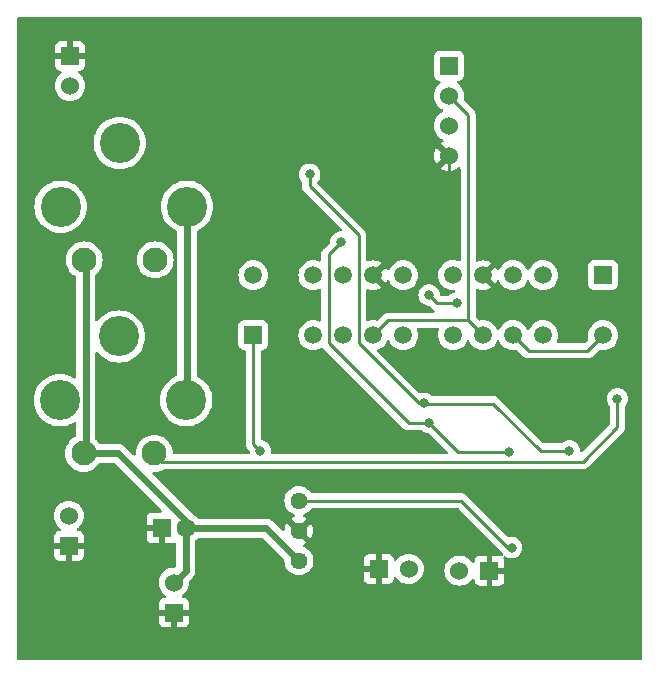
<source format=gbr>
%TF.GenerationSoftware,KiCad,Pcbnew,8.0.5*%
%TF.CreationDate,2024-10-12T22:47:01+02:00*%
%TF.ProjectId,AMS_IMD_Reset,414d535f-494d-4445-9f52-657365742e6b,rev?*%
%TF.SameCoordinates,Original*%
%TF.FileFunction,Copper,L2,Bot*%
%TF.FilePolarity,Positive*%
%FSLAX46Y46*%
G04 Gerber Fmt 4.6, Leading zero omitted, Abs format (unit mm)*
G04 Created by KiCad (PCBNEW 8.0.5) date 2024-10-12 22:47:01*
%MOMM*%
%LPD*%
G01*
G04 APERTURE LIST*
%TA.AperFunction,ComponentPad*%
%ADD10R,1.530000X1.530000*%
%TD*%
%TA.AperFunction,ComponentPad*%
%ADD11C,1.530000*%
%TD*%
%TA.AperFunction,ComponentPad*%
%ADD12R,1.500000X1.500000*%
%TD*%
%TA.AperFunction,ComponentPad*%
%ADD13C,1.500000*%
%TD*%
%TA.AperFunction,ComponentPad*%
%ADD14C,2.100000*%
%TD*%
%TA.AperFunction,ComponentPad*%
%ADD15C,3.400000*%
%TD*%
%TA.AperFunction,ComponentPad*%
%ADD16R,1.600000X1.600000*%
%TD*%
%TA.AperFunction,ComponentPad*%
%ADD17C,1.600000*%
%TD*%
%TA.AperFunction,ComponentPad*%
%ADD18C,1.440000*%
%TD*%
%TA.AperFunction,ViaPad*%
%ADD19C,0.800000*%
%TD*%
%TA.AperFunction,Conductor*%
%ADD20C,0.250000*%
%TD*%
%TA.AperFunction,Conductor*%
%ADD21C,0.600000*%
%TD*%
G04 APERTURE END LIST*
D10*
%TO.P,J4,1,1*%
%TO.N,GND*%
X179019200Y-113461200D03*
D11*
%TO.P,J4,2,2*%
%TO.N,/Raw_IMD_OK*%
X181559200Y-113461200D03*
%TD*%
D12*
%TO.P,K2,1,COIL1*%
%TO.N,+5V*%
X168402000Y-93675200D03*
D13*
%TO.P,K2,3,Reset_1*%
%TO.N,/SC_Closed_IMD*%
X173482000Y-93675200D03*
%TO.P,K2,4,COM_1*%
%TO.N,+5V*%
X176022000Y-93675200D03*
%TO.P,K2,5,Set_1*%
%TO.N,/Button_Input*%
X178562000Y-93675200D03*
%TO.P,K2,6,COIL2*%
%TO.N,+5V*%
X181102000Y-93675200D03*
%TO.P,K2,7,COIL2*%
%TO.N,Net-(K2-COIL2-Pad7)*%
X181102000Y-88595200D03*
%TO.P,K2,8,Set_2*%
%TO.N,GND*%
X178562000Y-88595200D03*
%TO.P,K2,9,COM_2*%
%TO.N,Net-(K2-COM_2)*%
X176022000Y-88595200D03*
%TO.P,K2,10,Reset_2*%
%TO.N,Net-(K2-Reset_2)*%
X173482000Y-88595200D03*
%TO.P,K2,12,COIL1*%
%TO.N,Net-(K2-COIL1-Pad12)*%
X168402000Y-88595200D03*
%TD*%
D10*
%TO.P,J5,1,1*%
%TO.N,GND*%
X188398400Y-113611200D03*
D11*
%TO.P,J5,2,2*%
%TO.N,/Raw_AMS_OK*%
X185858400Y-113611200D03*
%TD*%
D14*
%TO.P,K3,1*%
%TO.N,Net-(K3-Pad1)*%
X160029400Y-103686400D03*
D15*
%TO.P,K3,2*%
%TO.N,Net-(K1-Pad2)*%
X162729400Y-99186400D03*
%TO.P,K3,3*%
%TO.N,unconnected-(K3-Pad3)*%
X157029400Y-93786400D03*
%TO.P,K3,4*%
%TO.N,/SC out*%
X152029400Y-99186400D03*
D14*
%TO.P,K3,5*%
%TO.N,+12V*%
X154029400Y-103686400D03*
%TD*%
D10*
%TO.P,J7,1,1*%
%TO.N,/Raw_Button_Output*%
X184962800Y-70866000D03*
D11*
%TO.P,J7,2,2*%
%TO.N,/Button_Input*%
X184962800Y-73406000D03*
%TO.P,J7,3,3*%
%TO.N,/Button_Input_SCS*%
X184962800Y-75946000D03*
%TO.P,J7,4,4*%
%TO.N,GND*%
X184962800Y-78486000D03*
%TD*%
D14*
%TO.P,K1,1*%
%TO.N,Net-(K1-Pad1)*%
X160089600Y-87299800D03*
D15*
%TO.P,K1,2*%
%TO.N,Net-(K1-Pad2)*%
X162789600Y-82799800D03*
%TO.P,K1,3*%
%TO.N,unconnected-(K1-Pad3)*%
X157089600Y-77399800D03*
%TO.P,K1,4*%
%TO.N,/SC in*%
X152089600Y-82799800D03*
D14*
%TO.P,K1,5*%
%TO.N,+12V*%
X154089600Y-87299800D03*
%TD*%
D12*
%TO.P,K4,1,COIL1*%
%TO.N,Net-(K4-COIL1-Pad1)*%
X198018400Y-88595200D03*
D13*
%TO.P,K4,3,Reset_1*%
%TO.N,Net-(K4-Reset_1)*%
X192938400Y-88595200D03*
%TO.P,K4,4,COM_1*%
%TO.N,Net-(K4-COM_1)*%
X190398400Y-88595200D03*
%TO.P,K4,5,Set_1*%
%TO.N,GND*%
X187858400Y-88595200D03*
%TO.P,K4,6,COIL2*%
%TO.N,Net-(K4-COIL2-Pad6)*%
X185318400Y-88595200D03*
%TO.P,K4,7,COIL2*%
%TO.N,+5V*%
X185318400Y-93675200D03*
%TO.P,K4,8,Set_2*%
%TO.N,/Button_Input*%
X187858400Y-93675200D03*
%TO.P,K4,9,COM_2*%
%TO.N,+5V*%
X190398400Y-93675200D03*
%TO.P,K4,10,Reset_2*%
%TO.N,/SC_Closed_AMS*%
X192938400Y-93675200D03*
%TO.P,K4,12,COIL1*%
%TO.N,+5V*%
X198018400Y-93675200D03*
%TD*%
D16*
%TO.P,C1,1*%
%TO.N,GND*%
X160680400Y-110007400D03*
D17*
%TO.P,C1,2*%
%TO.N,+12V*%
X162680400Y-110007400D03*
%TD*%
D10*
%TO.P,J2,1,1*%
%TO.N,GND*%
X152888000Y-70021400D03*
D11*
%TO.P,J2,2,2*%
%TO.N,/SC in*%
X152888000Y-72561400D03*
%TD*%
D10*
%TO.P,J1,1,1*%
%TO.N,GND*%
X161681600Y-117160800D03*
D11*
%TO.P,J1,2,2*%
%TO.N,+12V*%
X161681600Y-114620800D03*
%TD*%
D10*
%TO.P,J3,1,1*%
%TO.N,GND*%
X152788800Y-111506200D03*
D11*
%TO.P,J3,2,2*%
%TO.N,/SC out*%
X152788800Y-108966200D03*
%TD*%
D18*
%TO.P,U1,1,+VIN*%
%TO.N,+12V*%
X172262800Y-112776000D03*
%TO.P,U1,2,GND*%
%TO.N,GND*%
X172262800Y-110236000D03*
%TO.P,U1,3,+VOUT*%
%TO.N,+5V*%
X172262800Y-107696000D03*
%TD*%
D19*
%TO.N,GND*%
X176326800Y-100076000D03*
X185420000Y-81534000D03*
%TO.N,+5V*%
X169011600Y-103479600D03*
X190271400Y-111658400D03*
%TO.N,Net-(G3-Pad4)*%
X183286400Y-90271600D03*
X185623200Y-90982800D03*
%TO.N,/0.75V*%
X195173600Y-103479600D03*
X182829200Y-99440400D03*
X173177200Y-80060800D03*
%TO.N,/4.25V*%
X175818800Y-85801200D03*
X183286400Y-101092000D03*
X190042800Y-103581200D03*
%TO.N,Net-(K3-Pad1)*%
X199237600Y-99060000D03*
%TD*%
D20*
%TO.N,GND*%
X184962800Y-78486000D02*
X184962800Y-81076800D01*
X184962800Y-81076800D02*
X185420000Y-81534000D01*
D21*
%TO.N,+12V*%
X156959400Y-103686400D02*
X162680400Y-109407400D01*
X154229400Y-87439600D02*
X154229400Y-103486400D01*
X154089600Y-87299800D02*
X154229400Y-87439600D01*
X169494200Y-110007400D02*
X162680400Y-110007400D01*
X154029400Y-103686400D02*
X156959400Y-103686400D01*
X162680400Y-110007400D02*
X162680400Y-113622000D01*
X162680400Y-109407400D02*
X162680400Y-110007400D01*
X154229400Y-103486400D02*
X154029400Y-103686400D01*
X172262800Y-112776000D02*
X169494200Y-110007400D01*
X162680400Y-113622000D02*
X161681600Y-114620800D01*
D20*
%TO.N,+5V*%
X189992000Y-111658400D02*
X186029600Y-107696000D01*
X196697600Y-94996000D02*
X198018400Y-93675200D01*
X169011600Y-103479600D02*
X168402000Y-102870000D01*
X168402000Y-102870000D02*
X168402000Y-93675200D01*
X190271400Y-111658400D02*
X189992000Y-111658400D01*
X191719200Y-94996000D02*
X196697600Y-94996000D01*
X190398400Y-93675200D02*
X191719200Y-94996000D01*
X186029600Y-107696000D02*
X172262800Y-107696000D01*
%TO.N,Net-(G3-Pad4)*%
X185623200Y-90982800D02*
X183997600Y-90982800D01*
X183997600Y-90982800D02*
X183286400Y-90271600D01*
%TO.N,/0.75V*%
X188722000Y-99466400D02*
X192735200Y-103479600D01*
X182829200Y-99440400D02*
X182855200Y-99466400D01*
X177317400Y-85217000D02*
X177317400Y-94361000D01*
X173177200Y-80060800D02*
X173177200Y-81076800D01*
X177317400Y-94361000D02*
X182396800Y-99440400D01*
X173177200Y-81076800D02*
X177317400Y-85217000D01*
X192735200Y-103479600D02*
X195173600Y-103479600D01*
X182396800Y-99440400D02*
X182829200Y-99440400D01*
X182855200Y-99466400D02*
X188722000Y-99466400D01*
%TO.N,/4.25V*%
X185775600Y-103581200D02*
X183286400Y-101092000D01*
X174777400Y-94310200D02*
X181559200Y-101092000D01*
X190042800Y-103581200D02*
X185775600Y-103581200D01*
X181559200Y-101092000D02*
X183286400Y-101092000D01*
X174777400Y-86842600D02*
X174777400Y-94310200D01*
X175818800Y-85801200D02*
X174777400Y-86842600D01*
%TO.N,/Button_Input*%
X186588400Y-92405200D02*
X186588400Y-75031600D01*
X178562000Y-93675200D02*
X179832000Y-92405200D01*
X186783400Y-92600200D02*
X186588400Y-92405200D01*
X186588400Y-75031600D02*
X184962800Y-73406000D01*
X179832000Y-92405200D02*
X186588400Y-92405200D01*
X186783400Y-92600200D02*
X187858400Y-93675200D01*
D21*
%TO.N,Net-(K1-Pad2)*%
X162789600Y-82799800D02*
X162789600Y-99126200D01*
X162789600Y-99126200D02*
X162729400Y-99186400D01*
D20*
%TO.N,Net-(K3-Pad1)*%
X199237600Y-101447600D02*
X196313000Y-104372200D01*
X160715200Y-104372200D02*
X196313000Y-104372200D01*
X160029400Y-103686400D02*
X160715200Y-104372200D01*
X199237600Y-99060000D02*
X199237600Y-101447600D01*
%TD*%
%TA.AperFunction,Conductor*%
%TO.N,GND*%
G36*
X201263439Y-66770885D02*
G01*
X201309194Y-66823689D01*
X201320400Y-66875200D01*
X201320400Y-121084800D01*
X201300715Y-121151839D01*
X201247911Y-121197594D01*
X201196400Y-121208800D01*
X148536200Y-121208800D01*
X148469161Y-121189115D01*
X148423406Y-121136311D01*
X148412200Y-121084800D01*
X148412200Y-108966198D01*
X151510435Y-108966198D01*
X151510435Y-108966201D01*
X151529855Y-109188180D01*
X151529857Y-109188190D01*
X151587527Y-109403419D01*
X151587532Y-109403433D01*
X151681701Y-109605379D01*
X151681707Y-109605389D01*
X151809510Y-109787910D01*
X151809514Y-109787915D01*
X151809516Y-109787917D01*
X151967083Y-109945484D01*
X151967089Y-109945488D01*
X151967090Y-109945489D01*
X152067254Y-110015626D01*
X152110879Y-110070203D01*
X152118071Y-110139701D01*
X152086548Y-110202056D01*
X152026318Y-110237469D01*
X151996130Y-110241200D01*
X151975955Y-110241200D01*
X151916427Y-110247601D01*
X151916420Y-110247603D01*
X151781713Y-110297845D01*
X151781706Y-110297849D01*
X151666612Y-110384009D01*
X151666609Y-110384012D01*
X151580449Y-110499106D01*
X151580445Y-110499113D01*
X151530203Y-110633820D01*
X151530201Y-110633827D01*
X151523800Y-110693355D01*
X151523800Y-111256200D01*
X152344240Y-111256200D01*
X152313555Y-111309347D01*
X152278800Y-111439057D01*
X152278800Y-111573343D01*
X152313555Y-111703053D01*
X152344240Y-111756200D01*
X151523800Y-111756200D01*
X151523800Y-112319044D01*
X151530201Y-112378572D01*
X151530203Y-112378579D01*
X151580445Y-112513286D01*
X151580449Y-112513293D01*
X151666609Y-112628387D01*
X151666612Y-112628390D01*
X151781706Y-112714550D01*
X151781713Y-112714554D01*
X151916420Y-112764796D01*
X151916427Y-112764798D01*
X151975955Y-112771199D01*
X151975972Y-112771200D01*
X152538800Y-112771200D01*
X152538800Y-111950760D01*
X152591947Y-111981445D01*
X152721657Y-112016200D01*
X152855943Y-112016200D01*
X152985653Y-111981445D01*
X153038800Y-111950760D01*
X153038800Y-112771200D01*
X153601628Y-112771200D01*
X153601644Y-112771199D01*
X153661172Y-112764798D01*
X153661179Y-112764796D01*
X153795886Y-112714554D01*
X153795893Y-112714550D01*
X153910987Y-112628390D01*
X153910990Y-112628387D01*
X153997150Y-112513293D01*
X153997154Y-112513286D01*
X154047396Y-112378579D01*
X154047398Y-112378572D01*
X154053799Y-112319044D01*
X154053800Y-112319027D01*
X154053800Y-111756200D01*
X153233360Y-111756200D01*
X153264045Y-111703053D01*
X153298800Y-111573343D01*
X153298800Y-111439057D01*
X153264045Y-111309347D01*
X153233360Y-111256200D01*
X154053800Y-111256200D01*
X154053800Y-110693372D01*
X154053799Y-110693355D01*
X154047398Y-110633827D01*
X154047396Y-110633820D01*
X153997154Y-110499113D01*
X153997150Y-110499106D01*
X153910990Y-110384012D01*
X153910987Y-110384009D01*
X153795893Y-110297849D01*
X153795886Y-110297845D01*
X153661179Y-110247603D01*
X153661172Y-110247601D01*
X153601644Y-110241200D01*
X153581470Y-110241200D01*
X153514431Y-110221515D01*
X153468676Y-110168711D01*
X153458732Y-110099553D01*
X153487757Y-110035997D01*
X153510346Y-110015626D01*
X153567135Y-109975860D01*
X153610517Y-109945484D01*
X153768084Y-109787917D01*
X153895897Y-109605383D01*
X153990070Y-109403427D01*
X154047744Y-109188186D01*
X154067165Y-108966200D01*
X154067087Y-108965313D01*
X154055657Y-108834660D01*
X154047744Y-108744214D01*
X153990070Y-108528973D01*
X153895897Y-108327018D01*
X153768084Y-108144483D01*
X153610517Y-107986916D01*
X153610515Y-107986914D01*
X153610510Y-107986910D01*
X153427989Y-107859107D01*
X153427986Y-107859105D01*
X153427983Y-107859103D01*
X153427979Y-107859101D01*
X153226033Y-107764932D01*
X153226019Y-107764927D01*
X153010790Y-107707257D01*
X153010788Y-107707256D01*
X153010786Y-107707256D01*
X153010784Y-107707255D01*
X153010780Y-107707255D01*
X152788802Y-107687835D01*
X152788798Y-107687835D01*
X152566819Y-107707255D01*
X152566809Y-107707257D01*
X152351580Y-107764927D01*
X152351571Y-107764931D01*
X152149617Y-107859103D01*
X152149611Y-107859107D01*
X151967082Y-107986916D01*
X151809516Y-108144482D01*
X151681707Y-108327011D01*
X151681703Y-108327017D01*
X151587531Y-108528971D01*
X151587527Y-108528980D01*
X151529857Y-108744209D01*
X151529855Y-108744219D01*
X151510435Y-108966198D01*
X148412200Y-108966198D01*
X148412200Y-99186392D01*
X149816161Y-99186392D01*
X149816161Y-99186407D01*
X149835094Y-99475269D01*
X149835095Y-99475279D01*
X149835096Y-99475286D01*
X149888103Y-99741775D01*
X149891574Y-99759222D01*
X149891577Y-99759236D01*
X149984632Y-100033365D01*
X149984641Y-100033386D01*
X150112679Y-100293021D01*
X150273514Y-100533729D01*
X150273516Y-100533731D01*
X150273519Y-100533735D01*
X150464404Y-100751396D01*
X150682065Y-100942281D01*
X150682068Y-100942283D01*
X150682070Y-100942285D01*
X150922778Y-101103120D01*
X151182413Y-101231158D01*
X151182418Y-101231160D01*
X151182430Y-101231166D01*
X151456572Y-101324225D01*
X151740514Y-101380704D01*
X151768258Y-101382522D01*
X152029393Y-101399639D01*
X152029400Y-101399639D01*
X152029407Y-101399639D01*
X152260674Y-101384480D01*
X152318286Y-101380704D01*
X152602228Y-101324225D01*
X152876370Y-101231166D01*
X153136020Y-101103121D01*
X153228009Y-101041655D01*
X153294687Y-101020778D01*
X153362067Y-101039263D01*
X153408757Y-101091241D01*
X153420900Y-101144758D01*
X153420900Y-102168686D01*
X153401215Y-102235725D01*
X153348411Y-102281480D01*
X153344355Y-102283246D01*
X153319671Y-102293471D01*
X153110506Y-102421646D01*
X152923967Y-102580967D01*
X152764646Y-102767506D01*
X152636471Y-102976669D01*
X152542593Y-103203312D01*
X152485327Y-103441845D01*
X152466081Y-103686400D01*
X152485327Y-103930954D01*
X152542593Y-104169487D01*
X152636471Y-104396130D01*
X152733282Y-104554111D01*
X152764648Y-104605296D01*
X152923967Y-104791833D01*
X153110504Y-104951152D01*
X153110506Y-104951153D01*
X153319669Y-105079328D01*
X153426508Y-105123582D01*
X153546308Y-105173205D01*
X153784843Y-105230472D01*
X154029400Y-105249719D01*
X154273957Y-105230472D01*
X154512492Y-105173205D01*
X154739132Y-105079327D01*
X154948296Y-104951152D01*
X155134833Y-104791833D01*
X155294152Y-104605296D01*
X155325518Y-104554111D01*
X155377330Y-104507235D01*
X155431246Y-104494900D01*
X156573146Y-104494900D01*
X156640185Y-104514585D01*
X156660827Y-104531219D01*
X160625327Y-108495719D01*
X160658812Y-108557042D01*
X160653828Y-108626734D01*
X160611956Y-108682667D01*
X160546492Y-108707084D01*
X160537646Y-108707400D01*
X159832555Y-108707400D01*
X159773027Y-108713801D01*
X159773020Y-108713803D01*
X159638313Y-108764045D01*
X159638306Y-108764049D01*
X159523212Y-108850209D01*
X159523209Y-108850212D01*
X159437049Y-108965306D01*
X159437045Y-108965313D01*
X159386803Y-109100020D01*
X159386801Y-109100027D01*
X159380400Y-109159555D01*
X159380400Y-109757400D01*
X160364714Y-109757400D01*
X160360320Y-109761794D01*
X160307659Y-109853006D01*
X160280400Y-109954739D01*
X160280400Y-110060061D01*
X160307659Y-110161794D01*
X160360320Y-110253006D01*
X160364714Y-110257400D01*
X159380400Y-110257400D01*
X159380400Y-110855244D01*
X159386801Y-110914772D01*
X159386803Y-110914779D01*
X159437045Y-111049486D01*
X159437049Y-111049493D01*
X159523209Y-111164587D01*
X159523212Y-111164590D01*
X159638306Y-111250750D01*
X159638313Y-111250754D01*
X159773020Y-111300996D01*
X159773027Y-111300998D01*
X159832555Y-111307399D01*
X159832572Y-111307400D01*
X160430400Y-111307400D01*
X160430400Y-110323086D01*
X160434794Y-110327480D01*
X160526006Y-110380141D01*
X160627739Y-110407400D01*
X160733061Y-110407400D01*
X160834794Y-110380141D01*
X160926006Y-110327480D01*
X160930400Y-110323086D01*
X160930400Y-111307400D01*
X161528228Y-111307400D01*
X161528244Y-111307399D01*
X161587772Y-111300998D01*
X161587776Y-111300997D01*
X161704566Y-111257437D01*
X161774258Y-111252453D01*
X161835581Y-111285938D01*
X161869066Y-111347261D01*
X161871900Y-111373619D01*
X161871900Y-113223761D01*
X161852215Y-113290800D01*
X161799411Y-113336555D01*
X161737094Y-113347289D01*
X161681604Y-113342435D01*
X161681598Y-113342435D01*
X161459619Y-113361855D01*
X161459609Y-113361857D01*
X161244380Y-113419527D01*
X161244371Y-113419531D01*
X161042417Y-113513703D01*
X161042411Y-113513707D01*
X160859882Y-113641516D01*
X160702316Y-113799082D01*
X160574507Y-113981611D01*
X160574503Y-113981617D01*
X160480331Y-114183571D01*
X160480327Y-114183580D01*
X160422657Y-114398809D01*
X160422655Y-114398819D01*
X160403235Y-114620798D01*
X160403235Y-114620801D01*
X160422655Y-114842780D01*
X160422657Y-114842790D01*
X160480327Y-115058019D01*
X160480332Y-115058033D01*
X160574501Y-115259979D01*
X160574507Y-115259989D01*
X160702310Y-115442510D01*
X160702314Y-115442515D01*
X160702316Y-115442517D01*
X160859883Y-115600084D01*
X160859889Y-115600088D01*
X160859890Y-115600089D01*
X160960054Y-115670226D01*
X161003679Y-115724803D01*
X161010871Y-115794301D01*
X160979348Y-115856656D01*
X160919118Y-115892069D01*
X160888930Y-115895800D01*
X160868755Y-115895800D01*
X160809227Y-115902201D01*
X160809220Y-115902203D01*
X160674513Y-115952445D01*
X160674506Y-115952449D01*
X160559412Y-116038609D01*
X160559409Y-116038612D01*
X160473249Y-116153706D01*
X160473245Y-116153713D01*
X160423003Y-116288420D01*
X160423001Y-116288427D01*
X160416600Y-116347955D01*
X160416600Y-116910800D01*
X161237040Y-116910800D01*
X161206355Y-116963947D01*
X161171600Y-117093657D01*
X161171600Y-117227943D01*
X161206355Y-117357653D01*
X161237040Y-117410800D01*
X160416600Y-117410800D01*
X160416600Y-117973644D01*
X160423001Y-118033172D01*
X160423003Y-118033179D01*
X160473245Y-118167886D01*
X160473249Y-118167893D01*
X160559409Y-118282987D01*
X160559412Y-118282990D01*
X160674506Y-118369150D01*
X160674513Y-118369154D01*
X160809220Y-118419396D01*
X160809227Y-118419398D01*
X160868755Y-118425799D01*
X160868772Y-118425800D01*
X161431600Y-118425800D01*
X161431600Y-117605360D01*
X161484747Y-117636045D01*
X161614457Y-117670800D01*
X161748743Y-117670800D01*
X161878453Y-117636045D01*
X161931600Y-117605360D01*
X161931600Y-118425800D01*
X162494428Y-118425800D01*
X162494444Y-118425799D01*
X162553972Y-118419398D01*
X162553979Y-118419396D01*
X162688686Y-118369154D01*
X162688693Y-118369150D01*
X162803787Y-118282990D01*
X162803790Y-118282987D01*
X162889950Y-118167893D01*
X162889954Y-118167886D01*
X162940196Y-118033179D01*
X162940198Y-118033172D01*
X162946599Y-117973644D01*
X162946600Y-117973627D01*
X162946600Y-117410800D01*
X162126160Y-117410800D01*
X162156845Y-117357653D01*
X162191600Y-117227943D01*
X162191600Y-117093657D01*
X162156845Y-116963947D01*
X162126160Y-116910800D01*
X162946600Y-116910800D01*
X162946600Y-116347972D01*
X162946599Y-116347955D01*
X162940198Y-116288427D01*
X162940196Y-116288420D01*
X162889954Y-116153713D01*
X162889950Y-116153706D01*
X162803790Y-116038612D01*
X162803787Y-116038609D01*
X162688693Y-115952449D01*
X162688686Y-115952445D01*
X162553979Y-115902203D01*
X162553972Y-115902201D01*
X162494444Y-115895800D01*
X162474270Y-115895800D01*
X162407231Y-115876115D01*
X162361476Y-115823311D01*
X162351532Y-115754153D01*
X162380557Y-115690597D01*
X162403146Y-115670226D01*
X162459935Y-115630460D01*
X162503317Y-115600084D01*
X162660884Y-115442517D01*
X162788697Y-115259983D01*
X162882870Y-115058027D01*
X162940544Y-114842786D01*
X162959965Y-114620800D01*
X162954145Y-114554285D01*
X162967911Y-114485788D01*
X162989986Y-114455805D01*
X163308403Y-114137389D01*
X163396884Y-114004968D01*
X163457830Y-113857830D01*
X163474436Y-113774347D01*
X163488901Y-113701632D01*
X163488901Y-113537260D01*
X163488900Y-113537234D01*
X163488900Y-111100760D01*
X163508585Y-111033721D01*
X163525219Y-111013079D01*
X163686079Y-110852219D01*
X163747402Y-110818734D01*
X163773760Y-110815900D01*
X169107946Y-110815900D01*
X169174985Y-110835585D01*
X169195627Y-110852219D01*
X170995944Y-112652536D01*
X171029429Y-112713859D01*
X171031792Y-112751020D01*
X171029607Y-112776003D01*
X171048341Y-112990136D01*
X171048342Y-112990144D01*
X171103976Y-113197772D01*
X171103977Y-113197774D01*
X171103978Y-113197777D01*
X171168691Y-113336555D01*
X171194824Y-113392597D01*
X171194826Y-113392601D01*
X171318119Y-113568682D01*
X171470117Y-113720680D01*
X171646198Y-113843973D01*
X171646200Y-113843974D01*
X171646203Y-113843976D01*
X171841023Y-113934822D01*
X172048658Y-113990458D01*
X172201616Y-114003840D01*
X172262798Y-114009193D01*
X172262800Y-114009193D01*
X172262802Y-114009193D01*
X172316335Y-114004509D01*
X172476942Y-113990458D01*
X172684577Y-113934822D01*
X172879397Y-113843976D01*
X173055481Y-113720681D01*
X173207481Y-113568681D01*
X173330776Y-113392597D01*
X173421622Y-113197777D01*
X173477258Y-112990142D01*
X173494813Y-112789483D01*
X173495993Y-112776001D01*
X173495993Y-112775998D01*
X173484827Y-112648372D01*
X173484826Y-112648355D01*
X177754200Y-112648355D01*
X177754200Y-113211200D01*
X178574640Y-113211200D01*
X178543955Y-113264347D01*
X178509200Y-113394057D01*
X178509200Y-113528343D01*
X178543955Y-113658053D01*
X178574640Y-113711200D01*
X177754200Y-113711200D01*
X177754200Y-114274044D01*
X177760601Y-114333572D01*
X177760603Y-114333579D01*
X177810845Y-114468286D01*
X177810849Y-114468293D01*
X177897009Y-114583387D01*
X177897012Y-114583390D01*
X178012106Y-114669550D01*
X178012113Y-114669554D01*
X178146820Y-114719796D01*
X178146827Y-114719798D01*
X178206355Y-114726199D01*
X178206372Y-114726200D01*
X178769200Y-114726200D01*
X178769200Y-113905760D01*
X178822347Y-113936445D01*
X178952057Y-113971200D01*
X179086343Y-113971200D01*
X179216053Y-113936445D01*
X179269200Y-113905760D01*
X179269200Y-114726200D01*
X179832028Y-114726200D01*
X179832044Y-114726199D01*
X179891572Y-114719798D01*
X179891579Y-114719796D01*
X180026286Y-114669554D01*
X180026293Y-114669550D01*
X180141387Y-114583390D01*
X180141390Y-114583387D01*
X180227550Y-114468293D01*
X180227554Y-114468286D01*
X180277796Y-114333579D01*
X180277798Y-114333572D01*
X180284199Y-114274044D01*
X180284200Y-114274027D01*
X180284200Y-114253869D01*
X180303885Y-114186830D01*
X180356689Y-114141075D01*
X180425847Y-114131131D01*
X180489403Y-114160156D01*
X180509770Y-114182740D01*
X180559576Y-114253869D01*
X180579916Y-114282917D01*
X180737479Y-114440480D01*
X180737489Y-114440489D01*
X180899972Y-114554261D01*
X180920017Y-114568297D01*
X181032607Y-114620798D01*
X181121966Y-114662467D01*
X181121968Y-114662467D01*
X181121973Y-114662470D01*
X181337214Y-114720144D01*
X181495775Y-114734016D01*
X181559198Y-114739565D01*
X181559200Y-114739565D01*
X181559202Y-114739565D01*
X181614696Y-114734709D01*
X181781186Y-114720144D01*
X181996427Y-114662470D01*
X182198383Y-114568297D01*
X182380917Y-114440484D01*
X182538484Y-114282917D01*
X182666297Y-114100383D01*
X182760470Y-113898427D01*
X182818144Y-113683186D01*
X182837565Y-113461200D01*
X182833919Y-113419531D01*
X182828874Y-113361856D01*
X182818144Y-113239214D01*
X182760470Y-113023973D01*
X182666297Y-112822018D01*
X182538484Y-112639483D01*
X182380917Y-112481916D01*
X182380915Y-112481914D01*
X182380910Y-112481910D01*
X182198389Y-112354107D01*
X182198386Y-112354105D01*
X182198383Y-112354103D01*
X182198379Y-112354101D01*
X181996433Y-112259932D01*
X181996419Y-112259927D01*
X181781190Y-112202257D01*
X181781188Y-112202256D01*
X181781186Y-112202256D01*
X181781184Y-112202255D01*
X181781180Y-112202255D01*
X181559202Y-112182835D01*
X181559198Y-112182835D01*
X181337219Y-112202255D01*
X181337209Y-112202257D01*
X181121980Y-112259927D01*
X181121971Y-112259931D01*
X180920017Y-112354103D01*
X180920011Y-112354107D01*
X180737482Y-112481916D01*
X180579916Y-112639482D01*
X180509774Y-112739655D01*
X180455197Y-112783280D01*
X180385699Y-112790472D01*
X180323344Y-112758949D01*
X180287931Y-112698719D01*
X180284200Y-112668531D01*
X180284200Y-112648372D01*
X180284199Y-112648355D01*
X180277798Y-112588827D01*
X180277796Y-112588820D01*
X180227554Y-112454113D01*
X180227550Y-112454106D01*
X180141390Y-112339012D01*
X180141387Y-112339009D01*
X180026293Y-112252849D01*
X180026286Y-112252845D01*
X179891579Y-112202603D01*
X179891572Y-112202601D01*
X179832044Y-112196200D01*
X179269200Y-112196200D01*
X179269200Y-113016639D01*
X179216053Y-112985955D01*
X179086343Y-112951200D01*
X178952057Y-112951200D01*
X178822347Y-112985955D01*
X178769200Y-113016639D01*
X178769200Y-112196200D01*
X178206355Y-112196200D01*
X178146827Y-112202601D01*
X178146820Y-112202603D01*
X178012113Y-112252845D01*
X178012106Y-112252849D01*
X177897012Y-112339009D01*
X177897009Y-112339012D01*
X177810849Y-112454106D01*
X177810845Y-112454113D01*
X177760603Y-112588820D01*
X177760601Y-112588827D01*
X177754200Y-112648355D01*
X173484826Y-112648355D01*
X173477258Y-112561858D01*
X173421622Y-112354223D01*
X173330776Y-112159404D01*
X173207481Y-111983319D01*
X173207479Y-111983316D01*
X173055482Y-111831319D01*
X172879401Y-111708026D01*
X172879397Y-111708024D01*
X172679670Y-111614890D01*
X172680411Y-111613300D01*
X172630494Y-111576524D01*
X172605577Y-111511248D01*
X172619907Y-111442864D01*
X172668933Y-111393082D01*
X172676786Y-111389074D01*
X172875129Y-111296586D01*
X172930830Y-111257583D01*
X172367715Y-110694468D01*
X172444213Y-110673971D01*
X172551387Y-110612094D01*
X172638894Y-110524587D01*
X172700771Y-110417413D01*
X172721268Y-110340915D01*
X173284383Y-110904029D01*
X173323389Y-110848325D01*
X173413601Y-110654864D01*
X173413605Y-110654853D01*
X173468854Y-110448662D01*
X173468855Y-110448654D01*
X173487460Y-110236002D01*
X173487460Y-110235997D01*
X173468855Y-110023345D01*
X173468854Y-110023337D01*
X173413605Y-109817146D01*
X173413602Y-109817140D01*
X173323386Y-109623669D01*
X173323382Y-109623663D01*
X173284384Y-109567968D01*
X172721268Y-110131084D01*
X172700771Y-110054587D01*
X172638894Y-109947413D01*
X172551387Y-109859906D01*
X172444213Y-109798029D01*
X172367714Y-109777531D01*
X172930830Y-109214415D01*
X172875128Y-109175412D01*
X172875126Y-109175411D01*
X172676786Y-109082924D01*
X172624346Y-109036752D01*
X172605194Y-108969559D01*
X172625410Y-108902677D01*
X172678575Y-108857343D01*
X172683108Y-108855506D01*
X172684571Y-108854823D01*
X172684577Y-108854822D01*
X172879397Y-108763976D01*
X173055481Y-108640681D01*
X173207481Y-108488681D01*
X173281915Y-108382376D01*
X173336491Y-108338752D01*
X173383490Y-108329500D01*
X185715834Y-108329500D01*
X185782873Y-108349185D01*
X185803515Y-108365819D01*
X189401007Y-111963311D01*
X189431255Y-112012669D01*
X189436870Y-112029949D01*
X189436873Y-112029957D01*
X189525138Y-112182835D01*
X189532360Y-112195344D01*
X189539324Y-112203078D01*
X189569553Y-112266068D01*
X189560928Y-112335403D01*
X189516187Y-112389069D01*
X189449534Y-112410027D01*
X189403840Y-112402231D01*
X189270780Y-112352603D01*
X189270772Y-112352601D01*
X189211244Y-112346200D01*
X188648400Y-112346200D01*
X188648400Y-113166639D01*
X188595253Y-113135955D01*
X188465543Y-113101200D01*
X188331257Y-113101200D01*
X188201547Y-113135955D01*
X188148400Y-113166639D01*
X188148400Y-112346200D01*
X187585555Y-112346200D01*
X187526027Y-112352601D01*
X187526020Y-112352603D01*
X187391313Y-112402845D01*
X187391306Y-112402849D01*
X187276212Y-112489009D01*
X187276209Y-112489012D01*
X187190049Y-112604106D01*
X187190045Y-112604113D01*
X187139803Y-112738820D01*
X187139801Y-112738827D01*
X187133400Y-112798355D01*
X187133400Y-112818531D01*
X187113715Y-112885570D01*
X187060911Y-112931325D01*
X186991753Y-112941269D01*
X186928197Y-112912244D01*
X186907826Y-112889655D01*
X186843896Y-112798355D01*
X186837684Y-112789483D01*
X186680117Y-112631916D01*
X186680115Y-112631914D01*
X186680110Y-112631910D01*
X186497589Y-112504107D01*
X186497586Y-112504105D01*
X186497583Y-112504103D01*
X186497579Y-112504101D01*
X186295633Y-112409932D01*
X186295619Y-112409927D01*
X186080390Y-112352257D01*
X186080388Y-112352256D01*
X186080386Y-112352256D01*
X186080384Y-112352255D01*
X186080380Y-112352255D01*
X185858402Y-112332835D01*
X185858398Y-112332835D01*
X185636419Y-112352255D01*
X185636409Y-112352257D01*
X185421180Y-112409927D01*
X185421171Y-112409931D01*
X185219217Y-112504103D01*
X185219211Y-112504107D01*
X185036682Y-112631916D01*
X184879116Y-112789482D01*
X184751307Y-112972011D01*
X184751303Y-112972017D01*
X184657131Y-113173971D01*
X184657127Y-113173980D01*
X184599457Y-113389209D01*
X184599455Y-113389219D01*
X184580035Y-113611198D01*
X184580035Y-113611201D01*
X184599455Y-113833180D01*
X184599457Y-113833190D01*
X184657127Y-114048419D01*
X184657132Y-114048433D01*
X184751301Y-114250379D01*
X184751307Y-114250389D01*
X184879110Y-114432910D01*
X184879114Y-114432915D01*
X184879116Y-114432917D01*
X185036683Y-114590484D01*
X185036685Y-114590485D01*
X185036688Y-114590488D01*
X185139491Y-114662472D01*
X185219217Y-114718297D01*
X185264827Y-114739565D01*
X185421166Y-114812467D01*
X185421168Y-114812467D01*
X185421173Y-114812470D01*
X185636414Y-114870144D01*
X185794975Y-114884016D01*
X185858398Y-114889565D01*
X185858400Y-114889565D01*
X185858402Y-114889565D01*
X185913896Y-114884709D01*
X186080386Y-114870144D01*
X186295627Y-114812470D01*
X186497583Y-114718297D01*
X186609934Y-114639627D01*
X186680112Y-114590488D01*
X186680113Y-114590486D01*
X186680117Y-114590484D01*
X186837684Y-114432917D01*
X186907827Y-114332743D01*
X186962402Y-114289120D01*
X187031901Y-114281928D01*
X187094255Y-114313450D01*
X187129669Y-114373680D01*
X187133400Y-114403869D01*
X187133400Y-114424044D01*
X187139801Y-114483572D01*
X187139803Y-114483579D01*
X187190045Y-114618286D01*
X187190049Y-114618293D01*
X187276209Y-114733387D01*
X187276212Y-114733390D01*
X187391306Y-114819550D01*
X187391313Y-114819554D01*
X187526020Y-114869796D01*
X187526027Y-114869798D01*
X187585555Y-114876199D01*
X187585572Y-114876200D01*
X188148400Y-114876200D01*
X188148400Y-114055760D01*
X188201547Y-114086445D01*
X188331257Y-114121200D01*
X188465543Y-114121200D01*
X188595253Y-114086445D01*
X188648400Y-114055760D01*
X188648400Y-114876200D01*
X189211228Y-114876200D01*
X189211244Y-114876199D01*
X189270772Y-114869798D01*
X189270779Y-114869796D01*
X189405486Y-114819554D01*
X189405493Y-114819550D01*
X189520587Y-114733390D01*
X189520590Y-114733387D01*
X189606750Y-114618293D01*
X189606754Y-114618286D01*
X189656996Y-114483579D01*
X189656998Y-114483572D01*
X189663399Y-114424044D01*
X189663400Y-114424027D01*
X189663400Y-113861200D01*
X188842960Y-113861200D01*
X188873645Y-113808053D01*
X188908400Y-113678343D01*
X188908400Y-113544057D01*
X188873645Y-113414347D01*
X188842960Y-113361200D01*
X189663400Y-113361200D01*
X189663400Y-112798372D01*
X189663399Y-112798355D01*
X189656998Y-112738827D01*
X189656996Y-112738820D01*
X189606754Y-112604113D01*
X189606752Y-112604110D01*
X189597016Y-112591104D01*
X189572598Y-112525639D01*
X189587449Y-112457366D01*
X189636854Y-112407960D01*
X189705127Y-112393108D01*
X189769168Y-112416475D01*
X189814642Y-112449514D01*
X189814643Y-112449515D01*
X189814645Y-112449516D01*
X189814648Y-112449518D01*
X189989112Y-112527194D01*
X190175913Y-112566900D01*
X190366887Y-112566900D01*
X190553688Y-112527194D01*
X190728152Y-112449518D01*
X190882653Y-112337266D01*
X191010440Y-112195344D01*
X191105927Y-112029956D01*
X191164942Y-111848328D01*
X191184904Y-111658400D01*
X191164942Y-111468472D01*
X191105927Y-111286844D01*
X191010440Y-111121456D01*
X190882653Y-110979534D01*
X190728152Y-110867282D01*
X190553688Y-110789606D01*
X190553686Y-110789605D01*
X190366887Y-110749900D01*
X190175913Y-110749900D01*
X190175911Y-110749900D01*
X190079705Y-110770349D01*
X190010038Y-110765033D01*
X189966244Y-110736740D01*
X186433436Y-107203931D01*
X186433432Y-107203928D01*
X186329681Y-107134603D01*
X186329672Y-107134598D01*
X186214385Y-107086845D01*
X186214377Y-107086843D01*
X186091998Y-107062500D01*
X186091994Y-107062500D01*
X173383490Y-107062500D01*
X173316451Y-107042815D01*
X173281915Y-107009623D01*
X173207479Y-106903316D01*
X173055482Y-106751319D01*
X172879401Y-106628026D01*
X172879397Y-106628024D01*
X172879395Y-106628023D01*
X172684577Y-106537178D01*
X172684574Y-106537177D01*
X172684572Y-106537176D01*
X172476944Y-106481542D01*
X172476936Y-106481541D01*
X172262802Y-106462807D01*
X172262798Y-106462807D01*
X172048663Y-106481541D01*
X172048655Y-106481542D01*
X171841027Y-106537176D01*
X171841021Y-106537179D01*
X171646205Y-106628023D01*
X171646203Y-106628024D01*
X171470116Y-106751320D01*
X171318120Y-106903316D01*
X171194824Y-107079403D01*
X171194823Y-107079405D01*
X171103979Y-107274221D01*
X171103976Y-107274227D01*
X171048342Y-107481855D01*
X171048341Y-107481863D01*
X171029607Y-107695998D01*
X171029607Y-107696001D01*
X171048341Y-107910136D01*
X171048342Y-107910144D01*
X171103976Y-108117772D01*
X171103977Y-108117774D01*
X171103978Y-108117777D01*
X171194824Y-108312597D01*
X171194826Y-108312601D01*
X171318119Y-108488682D01*
X171470117Y-108640680D01*
X171646198Y-108763973D01*
X171646200Y-108763974D01*
X171646203Y-108763976D01*
X171831137Y-108850212D01*
X171845930Y-108857110D01*
X171845186Y-108858704D01*
X171895091Y-108895456D01*
X171920020Y-108960727D01*
X171905704Y-109029114D01*
X171856687Y-109078905D01*
X171848814Y-109082924D01*
X171650471Y-109175412D01*
X171650469Y-109175413D01*
X171594769Y-109214415D01*
X171594768Y-109214415D01*
X172157885Y-109777531D01*
X172081387Y-109798029D01*
X171974213Y-109859906D01*
X171886706Y-109947413D01*
X171824829Y-110054587D01*
X171804331Y-110131084D01*
X171241215Y-109567968D01*
X171241215Y-109567969D01*
X171202213Y-109623669D01*
X171202212Y-109623671D01*
X171111997Y-109817140D01*
X171111994Y-109817146D01*
X171056745Y-110023337D01*
X171056744Y-110023344D01*
X171047482Y-110129208D01*
X171022029Y-110194277D01*
X170965438Y-110235255D01*
X170895676Y-110239133D01*
X170836273Y-110206081D01*
X170009592Y-109379399D01*
X170009588Y-109379396D01*
X169877174Y-109290919D01*
X169877170Y-109290917D01*
X169877168Y-109290916D01*
X169803599Y-109260443D01*
X169803597Y-109260442D01*
X169803596Y-109260441D01*
X169730031Y-109229970D01*
X169730023Y-109229968D01*
X169573834Y-109198900D01*
X169573830Y-109198900D01*
X163773760Y-109198900D01*
X163706721Y-109179215D01*
X163686079Y-109162581D01*
X163524704Y-109001206D01*
X163524700Y-109001202D01*
X163337149Y-108869877D01*
X163261625Y-108834659D01*
X163226351Y-108809959D01*
X159872747Y-105456355D01*
X159839262Y-105395032D01*
X159844246Y-105325340D01*
X159886118Y-105269407D01*
X159951582Y-105244990D01*
X159970150Y-105245055D01*
X160029400Y-105249719D01*
X160273957Y-105230472D01*
X160512492Y-105173205D01*
X160739132Y-105079327D01*
X160829464Y-105023972D01*
X160894253Y-105005700D01*
X196375395Y-105005700D01*
X196375396Y-105005699D01*
X196497785Y-104981355D01*
X196613075Y-104933600D01*
X196716833Y-104864271D01*
X199729671Y-101851433D01*
X199799000Y-101747675D01*
X199846755Y-101632385D01*
X199871100Y-101509994D01*
X199871100Y-101385206D01*
X199871100Y-99761756D01*
X199890785Y-99694717D01*
X199902946Y-99678788D01*
X199976640Y-99596944D01*
X200072127Y-99431556D01*
X200131142Y-99249928D01*
X200151104Y-99060000D01*
X200131142Y-98870072D01*
X200072127Y-98688444D01*
X199976640Y-98523056D01*
X199848853Y-98381134D01*
X199694352Y-98268882D01*
X199519888Y-98191206D01*
X199519886Y-98191205D01*
X199333087Y-98151500D01*
X199142113Y-98151500D01*
X198955314Y-98191205D01*
X198780846Y-98268883D01*
X198626345Y-98381135D01*
X198498559Y-98523057D01*
X198403073Y-98688443D01*
X198403070Y-98688450D01*
X198344059Y-98870068D01*
X198344058Y-98870072D01*
X198324096Y-99060000D01*
X198344058Y-99249928D01*
X198344059Y-99249931D01*
X198403070Y-99431549D01*
X198403073Y-99431556D01*
X198428320Y-99475286D01*
X198498560Y-99596944D01*
X198572249Y-99678784D01*
X198602480Y-99741775D01*
X198604100Y-99761756D01*
X198604100Y-101133834D01*
X198584415Y-101200873D01*
X198567781Y-101221515D01*
X196292101Y-103497194D01*
X196230778Y-103530679D01*
X196161086Y-103525695D01*
X196105153Y-103483823D01*
X196081100Y-103422477D01*
X196067142Y-103289672D01*
X196008127Y-103108044D01*
X195912640Y-102942656D01*
X195784853Y-102800734D01*
X195630352Y-102688482D01*
X195455888Y-102610806D01*
X195455886Y-102610805D01*
X195269087Y-102571100D01*
X195078113Y-102571100D01*
X194891314Y-102610805D01*
X194716846Y-102688483D01*
X194562345Y-102800735D01*
X194558440Y-102805073D01*
X194498954Y-102841721D01*
X194466291Y-102846100D01*
X193048966Y-102846100D01*
X192981927Y-102826415D01*
X192961285Y-102809781D01*
X189125836Y-98974331D01*
X189125832Y-98974328D01*
X189022081Y-98905003D01*
X189022072Y-98904998D01*
X188906785Y-98857245D01*
X188906777Y-98857243D01*
X188784398Y-98832900D01*
X188784394Y-98832900D01*
X183559919Y-98832900D01*
X183492880Y-98813215D01*
X183467768Y-98791871D01*
X183440454Y-98761535D01*
X183339854Y-98688444D01*
X183285952Y-98649282D01*
X183111488Y-98571606D01*
X183111486Y-98571605D01*
X182924687Y-98531900D01*
X182733713Y-98531900D01*
X182546915Y-98571605D01*
X182546913Y-98571605D01*
X182546912Y-98571606D01*
X182539649Y-98574839D01*
X182470400Y-98584119D01*
X182407126Y-98554487D01*
X182401541Y-98549237D01*
X178925546Y-95073242D01*
X178892061Y-95011919D01*
X178897045Y-94942227D01*
X178938917Y-94886294D01*
X178981131Y-94865788D01*
X178994076Y-94862320D01*
X178994081Y-94862317D01*
X178994083Y-94862317D01*
X179040757Y-94840552D01*
X179193654Y-94769256D01*
X179374038Y-94642949D01*
X179529749Y-94487238D01*
X179656056Y-94306854D01*
X179719618Y-94170544D01*
X179765790Y-94118104D01*
X179832983Y-94098952D01*
X179899865Y-94119167D01*
X179944382Y-94170544D01*
X179951633Y-94186095D01*
X180007944Y-94306854D01*
X180134251Y-94487238D01*
X180289962Y-94642949D01*
X180470346Y-94769256D01*
X180669924Y-94862320D01*
X180882629Y-94919315D01*
X181039322Y-94933023D01*
X181101998Y-94938507D01*
X181102000Y-94938507D01*
X181102002Y-94938507D01*
X181156957Y-94933699D01*
X181321371Y-94919315D01*
X181534076Y-94862320D01*
X181733654Y-94769256D01*
X181914038Y-94642949D01*
X182069749Y-94487238D01*
X182196056Y-94306854D01*
X182289120Y-94107276D01*
X182346115Y-93894571D01*
X182365307Y-93675200D01*
X182346115Y-93455829D01*
X182289120Y-93243124D01*
X182276053Y-93215102D01*
X182265562Y-93146028D01*
X182294081Y-93082244D01*
X182352557Y-93044004D01*
X182388436Y-93038700D01*
X184031964Y-93038700D01*
X184099003Y-93058385D01*
X184144758Y-93111189D01*
X184154702Y-93180347D01*
X184144347Y-93215099D01*
X184131280Y-93243124D01*
X184129050Y-93251448D01*
X184074285Y-93455827D01*
X184074284Y-93455834D01*
X184055093Y-93675197D01*
X184055093Y-93675202D01*
X184074284Y-93894565D01*
X184074285Y-93894572D01*
X184090739Y-93955977D01*
X184131280Y-94107276D01*
X184131281Y-94107279D01*
X184131282Y-94107281D01*
X184184241Y-94220853D01*
X184224344Y-94306854D01*
X184350651Y-94487238D01*
X184506362Y-94642949D01*
X184686746Y-94769256D01*
X184886324Y-94862320D01*
X185099029Y-94919315D01*
X185255722Y-94933023D01*
X185318398Y-94938507D01*
X185318400Y-94938507D01*
X185318402Y-94938507D01*
X185373357Y-94933699D01*
X185537771Y-94919315D01*
X185750476Y-94862320D01*
X185950054Y-94769256D01*
X186130438Y-94642949D01*
X186286149Y-94487238D01*
X186412456Y-94306854D01*
X186476018Y-94170544D01*
X186522190Y-94118104D01*
X186589383Y-94098952D01*
X186656265Y-94119167D01*
X186700782Y-94170544D01*
X186708033Y-94186095D01*
X186764344Y-94306854D01*
X186890651Y-94487238D01*
X187046362Y-94642949D01*
X187226746Y-94769256D01*
X187426324Y-94862320D01*
X187639029Y-94919315D01*
X187795722Y-94933023D01*
X187858398Y-94938507D01*
X187858400Y-94938507D01*
X187858402Y-94938507D01*
X187913357Y-94933699D01*
X188077771Y-94919315D01*
X188290476Y-94862320D01*
X188490054Y-94769256D01*
X188670438Y-94642949D01*
X188826149Y-94487238D01*
X188952456Y-94306854D01*
X189016018Y-94170544D01*
X189062190Y-94118104D01*
X189129383Y-94098952D01*
X189196265Y-94119167D01*
X189240782Y-94170544D01*
X189248033Y-94186095D01*
X189304344Y-94306854D01*
X189430651Y-94487238D01*
X189586362Y-94642949D01*
X189766746Y-94769256D01*
X189966324Y-94862320D01*
X190179029Y-94919315D01*
X190335722Y-94933023D01*
X190398398Y-94938507D01*
X190398400Y-94938507D01*
X190398402Y-94938507D01*
X190428805Y-94935846D01*
X190617771Y-94919315D01*
X190650230Y-94910617D01*
X190720078Y-94912278D01*
X190770006Y-94942710D01*
X191315363Y-95488068D01*
X191315367Y-95488071D01*
X191419118Y-95557396D01*
X191419124Y-95557399D01*
X191419125Y-95557400D01*
X191534415Y-95605155D01*
X191656801Y-95629499D01*
X191656805Y-95629500D01*
X191656806Y-95629500D01*
X196759995Y-95629500D01*
X196759996Y-95629499D01*
X196882385Y-95605155D01*
X196997675Y-95557400D01*
X197101433Y-95488071D01*
X197646794Y-94942708D01*
X197708115Y-94909225D01*
X197766568Y-94910616D01*
X197799029Y-94919315D01*
X197980014Y-94935148D01*
X198018398Y-94938507D01*
X198018400Y-94938507D01*
X198018402Y-94938507D01*
X198073357Y-94933699D01*
X198237771Y-94919315D01*
X198450476Y-94862320D01*
X198650054Y-94769256D01*
X198830438Y-94642949D01*
X198986149Y-94487238D01*
X199112456Y-94306854D01*
X199205520Y-94107276D01*
X199262515Y-93894571D01*
X199281707Y-93675200D01*
X199262515Y-93455829D01*
X199205520Y-93243124D01*
X199112456Y-93043547D01*
X199112454Y-93043544D01*
X199112453Y-93043542D01*
X199039550Y-92939426D01*
X198986149Y-92863162D01*
X198830438Y-92707451D01*
X198650054Y-92581144D01*
X198629501Y-92571560D01*
X198450481Y-92488082D01*
X198450479Y-92488081D01*
X198450476Y-92488080D01*
X198299177Y-92447539D01*
X198237772Y-92431085D01*
X198237765Y-92431084D01*
X198018402Y-92411893D01*
X198018398Y-92411893D01*
X197799034Y-92431084D01*
X197799027Y-92431085D01*
X197586320Y-92488081D01*
X197386746Y-92581144D01*
X197386742Y-92581146D01*
X197206367Y-92707447D01*
X197206360Y-92707452D01*
X197050652Y-92863160D01*
X197050647Y-92863167D01*
X196924346Y-93043542D01*
X196924344Y-93043546D01*
X196831281Y-93243120D01*
X196774285Y-93455827D01*
X196774284Y-93455834D01*
X196755093Y-93675197D01*
X196755093Y-93675202D01*
X196774284Y-93894565D01*
X196774285Y-93894572D01*
X196782983Y-93927034D01*
X196781318Y-93996884D01*
X196750888Y-94046806D01*
X196471513Y-94326182D01*
X196410193Y-94359666D01*
X196383834Y-94362500D01*
X194201148Y-94362500D01*
X194134109Y-94342815D01*
X194088354Y-94290011D01*
X194078410Y-94220853D01*
X194088766Y-94186095D01*
X194125520Y-94107276D01*
X194182515Y-93894571D01*
X194201707Y-93675200D01*
X194182515Y-93455829D01*
X194125520Y-93243124D01*
X194032456Y-93043547D01*
X194032454Y-93043544D01*
X194032453Y-93043542D01*
X193959550Y-92939426D01*
X193906149Y-92863162D01*
X193750438Y-92707451D01*
X193570054Y-92581144D01*
X193549501Y-92571560D01*
X193370481Y-92488082D01*
X193370479Y-92488081D01*
X193370476Y-92488080D01*
X193219177Y-92447539D01*
X193157772Y-92431085D01*
X193157765Y-92431084D01*
X192938402Y-92411893D01*
X192938398Y-92411893D01*
X192719034Y-92431084D01*
X192719027Y-92431085D01*
X192506320Y-92488081D01*
X192306746Y-92581144D01*
X192306742Y-92581146D01*
X192126367Y-92707447D01*
X192126360Y-92707452D01*
X191970652Y-92863160D01*
X191970647Y-92863167D01*
X191844346Y-93043542D01*
X191844344Y-93043546D01*
X191837425Y-93058385D01*
X191796557Y-93146028D01*
X191780782Y-93179857D01*
X191734610Y-93232296D01*
X191667416Y-93251448D01*
X191600535Y-93231232D01*
X191556018Y-93179857D01*
X191492456Y-93043547D01*
X191492454Y-93043544D01*
X191492453Y-93043542D01*
X191419550Y-92939426D01*
X191366149Y-92863162D01*
X191210438Y-92707451D01*
X191030054Y-92581144D01*
X191009501Y-92571560D01*
X190830481Y-92488082D01*
X190830479Y-92488081D01*
X190830476Y-92488080D01*
X190679177Y-92447539D01*
X190617772Y-92431085D01*
X190617765Y-92431084D01*
X190398402Y-92411893D01*
X190398398Y-92411893D01*
X190179034Y-92431084D01*
X190179027Y-92431085D01*
X189966320Y-92488081D01*
X189766746Y-92581144D01*
X189766742Y-92581146D01*
X189586367Y-92707447D01*
X189586360Y-92707452D01*
X189430652Y-92863160D01*
X189430647Y-92863167D01*
X189304346Y-93043542D01*
X189304344Y-93043546D01*
X189297425Y-93058385D01*
X189256557Y-93146028D01*
X189240782Y-93179857D01*
X189194610Y-93232296D01*
X189127416Y-93251448D01*
X189060535Y-93231232D01*
X189016018Y-93179857D01*
X188952456Y-93043547D01*
X188952454Y-93043544D01*
X188952453Y-93043542D01*
X188879550Y-92939426D01*
X188826149Y-92863162D01*
X188670438Y-92707451D01*
X188490054Y-92581144D01*
X188469501Y-92571560D01*
X188290481Y-92488082D01*
X188290479Y-92488081D01*
X188290476Y-92488080D01*
X188139177Y-92447539D01*
X188077772Y-92431085D01*
X188077765Y-92431084D01*
X187858402Y-92411893D01*
X187858398Y-92411893D01*
X187729031Y-92423211D01*
X187639029Y-92431085D01*
X187639026Y-92431085D01*
X187606567Y-92439783D01*
X187536717Y-92438120D01*
X187486793Y-92407689D01*
X187282542Y-92203438D01*
X187282540Y-92203435D01*
X187258219Y-92179114D01*
X187224734Y-92117791D01*
X187221900Y-92091433D01*
X187221900Y-89872258D01*
X187241585Y-89805219D01*
X187294389Y-89759464D01*
X187363547Y-89749520D01*
X187398306Y-89759877D01*
X187429235Y-89774300D01*
X187429249Y-89774305D01*
X187640505Y-89830910D01*
X187640515Y-89830912D01*
X187858399Y-89849975D01*
X187858401Y-89849975D01*
X188076284Y-89830912D01*
X188076294Y-89830910D01*
X188287550Y-89774305D01*
X188287564Y-89774300D01*
X188485783Y-89681869D01*
X188485785Y-89681868D01*
X188547970Y-89638324D01*
X187987808Y-89078162D01*
X188051393Y-89061125D01*
X188165407Y-88995299D01*
X188258499Y-88902207D01*
X188324325Y-88788193D01*
X188341362Y-88724609D01*
X188901524Y-89284770D01*
X188945068Y-89222585D01*
X188945069Y-89222583D01*
X189011329Y-89080488D01*
X189057501Y-89028048D01*
X189124694Y-89008896D01*
X189191575Y-89029111D01*
X189236092Y-89080487D01*
X189304344Y-89226854D01*
X189430651Y-89407238D01*
X189586362Y-89562949D01*
X189766746Y-89689256D01*
X189966324Y-89782320D01*
X190179029Y-89839315D01*
X190335722Y-89853023D01*
X190398398Y-89858507D01*
X190398400Y-89858507D01*
X190398402Y-89858507D01*
X190459884Y-89853128D01*
X190617771Y-89839315D01*
X190830476Y-89782320D01*
X191030054Y-89689256D01*
X191210438Y-89562949D01*
X191366149Y-89407238D01*
X191492456Y-89226854D01*
X191556018Y-89090544D01*
X191602190Y-89038104D01*
X191669383Y-89018952D01*
X191736265Y-89039167D01*
X191780782Y-89090544D01*
X191844344Y-89226854D01*
X191970651Y-89407238D01*
X192126362Y-89562949D01*
X192306746Y-89689256D01*
X192506324Y-89782320D01*
X192719029Y-89839315D01*
X192875722Y-89853023D01*
X192938398Y-89858507D01*
X192938400Y-89858507D01*
X192938402Y-89858507D01*
X192999884Y-89853128D01*
X193157771Y-89839315D01*
X193370476Y-89782320D01*
X193570054Y-89689256D01*
X193750438Y-89562949D01*
X193906149Y-89407238D01*
X194032456Y-89226854D01*
X194125520Y-89027276D01*
X194182515Y-88814571D01*
X194199401Y-88621558D01*
X194201707Y-88595202D01*
X194201707Y-88595197D01*
X194185087Y-88405232D01*
X194182515Y-88375829D01*
X194125520Y-88163124D01*
X194032456Y-87963547D01*
X194032454Y-87963544D01*
X194032453Y-87963542D01*
X193969302Y-87873354D01*
X193915520Y-87796545D01*
X196759900Y-87796545D01*
X196759900Y-89393854D01*
X196766411Y-89454402D01*
X196766411Y-89454404D01*
X196817511Y-89591404D01*
X196905139Y-89708461D01*
X197022196Y-89796089D01*
X197159199Y-89847189D01*
X197186450Y-89850118D01*
X197219745Y-89853699D01*
X197219762Y-89853700D01*
X198817038Y-89853700D01*
X198817054Y-89853699D01*
X198844092Y-89850791D01*
X198877601Y-89847189D01*
X199014604Y-89796089D01*
X199131661Y-89708461D01*
X199219289Y-89591404D01*
X199270389Y-89454401D01*
X199273991Y-89420892D01*
X199276899Y-89393854D01*
X199276900Y-89393837D01*
X199276900Y-87796562D01*
X199276899Y-87796545D01*
X199273557Y-87765470D01*
X199270389Y-87735999D01*
X199219289Y-87598996D01*
X199131661Y-87481939D01*
X199014604Y-87394311D01*
X198996735Y-87387646D01*
X198877603Y-87343211D01*
X198817054Y-87336700D01*
X198817038Y-87336700D01*
X197219762Y-87336700D01*
X197219745Y-87336700D01*
X197159197Y-87343211D01*
X197159195Y-87343211D01*
X197022195Y-87394311D01*
X196905139Y-87481939D01*
X196817511Y-87598995D01*
X196766411Y-87735995D01*
X196766411Y-87735997D01*
X196759900Y-87796545D01*
X193915520Y-87796545D01*
X193906149Y-87783162D01*
X193750438Y-87627451D01*
X193570054Y-87501144D01*
X193549501Y-87491560D01*
X193370481Y-87408082D01*
X193370479Y-87408081D01*
X193370476Y-87408080D01*
X193189135Y-87359489D01*
X193157772Y-87351085D01*
X193157765Y-87351084D01*
X192938402Y-87331893D01*
X192938398Y-87331893D01*
X192719034Y-87351084D01*
X192719027Y-87351085D01*
X192506320Y-87408081D01*
X192306746Y-87501144D01*
X192306742Y-87501146D01*
X192126367Y-87627447D01*
X192126360Y-87627452D01*
X191970652Y-87783160D01*
X191970647Y-87783167D01*
X191844346Y-87963542D01*
X191844344Y-87963546D01*
X191844344Y-87963547D01*
X191782954Y-88095200D01*
X191780782Y-88099857D01*
X191734610Y-88152296D01*
X191667416Y-88171448D01*
X191600535Y-88151232D01*
X191556018Y-88099857D01*
X191492456Y-87963547D01*
X191492454Y-87963544D01*
X191492453Y-87963542D01*
X191429302Y-87873354D01*
X191366149Y-87783162D01*
X191210438Y-87627451D01*
X191030054Y-87501144D01*
X191009501Y-87491560D01*
X190830481Y-87408082D01*
X190830479Y-87408081D01*
X190830476Y-87408080D01*
X190649135Y-87359489D01*
X190617772Y-87351085D01*
X190617765Y-87351084D01*
X190398402Y-87331893D01*
X190398398Y-87331893D01*
X190179034Y-87351084D01*
X190179027Y-87351085D01*
X189966320Y-87408081D01*
X189766746Y-87501144D01*
X189766742Y-87501146D01*
X189586367Y-87627447D01*
X189586360Y-87627452D01*
X189430652Y-87783160D01*
X189430647Y-87783167D01*
X189304346Y-87963542D01*
X189304344Y-87963546D01*
X189236093Y-88109912D01*
X189189921Y-88162351D01*
X189122727Y-88181503D01*
X189055846Y-88161287D01*
X189011329Y-88109912D01*
X188945067Y-87967814D01*
X188945066Y-87967812D01*
X188901524Y-87905628D01*
X188901524Y-87905627D01*
X188341362Y-88465789D01*
X188324325Y-88402207D01*
X188258499Y-88288193D01*
X188165407Y-88195101D01*
X188051393Y-88129275D01*
X187987809Y-88112237D01*
X188547971Y-87552074D01*
X188485787Y-87508533D01*
X188287559Y-87416098D01*
X188287550Y-87416094D01*
X188076294Y-87359489D01*
X188076284Y-87359487D01*
X187858401Y-87340425D01*
X187858399Y-87340425D01*
X187640515Y-87359487D01*
X187640505Y-87359489D01*
X187429249Y-87416094D01*
X187429244Y-87416096D01*
X187398304Y-87430524D01*
X187329226Y-87441015D01*
X187265443Y-87412495D01*
X187227203Y-87354018D01*
X187221900Y-87318141D01*
X187221900Y-74969205D01*
X187221899Y-74969201D01*
X187197557Y-74846822D01*
X187197554Y-74846813D01*
X187183568Y-74813047D01*
X187149801Y-74731525D01*
X187149799Y-74731523D01*
X187149799Y-74731521D01*
X187080472Y-74627767D01*
X187080469Y-74627763D01*
X186242558Y-73789854D01*
X186209073Y-73728531D01*
X186210465Y-73670077D01*
X186210889Y-73668497D01*
X186221744Y-73627986D01*
X186241165Y-73406000D01*
X186239162Y-73383110D01*
X186223194Y-73200589D01*
X186221744Y-73184014D01*
X186164070Y-72968773D01*
X186069897Y-72766818D01*
X185942084Y-72584283D01*
X185784517Y-72426716D01*
X185784512Y-72426712D01*
X185784509Y-72426710D01*
X185696485Y-72365074D01*
X185652860Y-72310497D01*
X185645668Y-72240999D01*
X185677191Y-72178644D01*
X185737421Y-72143231D01*
X185767609Y-72139500D01*
X185776438Y-72139500D01*
X185776454Y-72139499D01*
X185803492Y-72136591D01*
X185837001Y-72132989D01*
X185974004Y-72081889D01*
X186091061Y-71994261D01*
X186178689Y-71877204D01*
X186229789Y-71740201D01*
X186233391Y-71706692D01*
X186236299Y-71679654D01*
X186236300Y-71679637D01*
X186236300Y-70052362D01*
X186236299Y-70052345D01*
X186232957Y-70021270D01*
X186229789Y-69991799D01*
X186215786Y-69954257D01*
X186207322Y-69931564D01*
X186178689Y-69854796D01*
X186091061Y-69737739D01*
X185974004Y-69650111D01*
X185837003Y-69599011D01*
X185776454Y-69592500D01*
X185776438Y-69592500D01*
X184149162Y-69592500D01*
X184149145Y-69592500D01*
X184088597Y-69599011D01*
X184088595Y-69599011D01*
X183951595Y-69650111D01*
X183834539Y-69737739D01*
X183746911Y-69854795D01*
X183695811Y-69991795D01*
X183695811Y-69991797D01*
X183689300Y-70052345D01*
X183689300Y-71679654D01*
X183695811Y-71740202D01*
X183695811Y-71740204D01*
X183746911Y-71877204D01*
X183834539Y-71994261D01*
X183951596Y-72081889D01*
X184088599Y-72132989D01*
X184115850Y-72135918D01*
X184149145Y-72139499D01*
X184149162Y-72139500D01*
X184157992Y-72139500D01*
X184225031Y-72159185D01*
X184270786Y-72211989D01*
X184280730Y-72281147D01*
X184251705Y-72344703D01*
X184229116Y-72365074D01*
X184141082Y-72426716D01*
X183983516Y-72584282D01*
X183855707Y-72766811D01*
X183855703Y-72766817D01*
X183761531Y-72968771D01*
X183761527Y-72968780D01*
X183703857Y-73184009D01*
X183703855Y-73184019D01*
X183684435Y-73405998D01*
X183684435Y-73406001D01*
X183703855Y-73627980D01*
X183703857Y-73627990D01*
X183761527Y-73843219D01*
X183761532Y-73843233D01*
X183855701Y-74045179D01*
X183855707Y-74045189D01*
X183983510Y-74227710D01*
X183983519Y-74227720D01*
X184141079Y-74385280D01*
X184141089Y-74385289D01*
X184303572Y-74499061D01*
X184323617Y-74513097D01*
X184399982Y-74548706D01*
X184431960Y-74563618D01*
X184484400Y-74609790D01*
X184503552Y-74676983D01*
X184483336Y-74743865D01*
X184431961Y-74788382D01*
X184323617Y-74838903D01*
X184323611Y-74838907D01*
X184141082Y-74966716D01*
X183983516Y-75124282D01*
X183855707Y-75306811D01*
X183855703Y-75306817D01*
X183761531Y-75508771D01*
X183761527Y-75508780D01*
X183703857Y-75724009D01*
X183703855Y-75724019D01*
X183684435Y-75945998D01*
X183684435Y-75946001D01*
X183703855Y-76167980D01*
X183703857Y-76167990D01*
X183761527Y-76383219D01*
X183761532Y-76383233D01*
X183855701Y-76585179D01*
X183855707Y-76585189D01*
X183983510Y-76767710D01*
X183983519Y-76767720D01*
X184141079Y-76925280D01*
X184141089Y-76925289D01*
X184230988Y-76988237D01*
X184323617Y-77053097D01*
X184439522Y-77107144D01*
X184442016Y-77108307D01*
X184494456Y-77154479D01*
X184513608Y-77221672D01*
X184493393Y-77288554D01*
X184442018Y-77333071D01*
X184327882Y-77386294D01*
X184262457Y-77432104D01*
X184825224Y-77994871D01*
X184765947Y-78010755D01*
X184649653Y-78077898D01*
X184554698Y-78172853D01*
X184487555Y-78289147D01*
X184471671Y-78348424D01*
X183908904Y-77785657D01*
X183863093Y-77851084D01*
X183769549Y-78051690D01*
X183769545Y-78051699D01*
X183712261Y-78265490D01*
X183712259Y-78265500D01*
X183692968Y-78485999D01*
X183692968Y-78486000D01*
X183712259Y-78706499D01*
X183712261Y-78706509D01*
X183769545Y-78920300D01*
X183769549Y-78920309D01*
X183863095Y-79120919D01*
X183908903Y-79186341D01*
X183908905Y-79186342D01*
X184471671Y-78623575D01*
X184487555Y-78682853D01*
X184554698Y-78799147D01*
X184649653Y-78894102D01*
X184765947Y-78961245D01*
X184825222Y-78977127D01*
X184262456Y-79539894D01*
X184327883Y-79585706D01*
X184327885Y-79585707D01*
X184528490Y-79679250D01*
X184528499Y-79679254D01*
X184742290Y-79736538D01*
X184742300Y-79736540D01*
X184962799Y-79755832D01*
X184962801Y-79755832D01*
X185183299Y-79736540D01*
X185183309Y-79736538D01*
X185397100Y-79679254D01*
X185397109Y-79679250D01*
X185597715Y-79585707D01*
X185759776Y-79472230D01*
X185825982Y-79449903D01*
X185893750Y-79466913D01*
X185941563Y-79517861D01*
X185954900Y-79573805D01*
X185954900Y-87308763D01*
X185935215Y-87375802D01*
X185882411Y-87421557D01*
X185813253Y-87431501D01*
X185778497Y-87421146D01*
X185750479Y-87408081D01*
X185750476Y-87408080D01*
X185569135Y-87359489D01*
X185537772Y-87351085D01*
X185537765Y-87351084D01*
X185318402Y-87331893D01*
X185318398Y-87331893D01*
X185099034Y-87351084D01*
X185099027Y-87351085D01*
X184886320Y-87408081D01*
X184686746Y-87501144D01*
X184686742Y-87501146D01*
X184506367Y-87627447D01*
X184506360Y-87627452D01*
X184350652Y-87783160D01*
X184350647Y-87783167D01*
X184224346Y-87963542D01*
X184224344Y-87963546D01*
X184131281Y-88163120D01*
X184074285Y-88375827D01*
X184074284Y-88375834D01*
X184055093Y-88595197D01*
X184055093Y-88595202D01*
X184067183Y-88733399D01*
X184074285Y-88814571D01*
X184131280Y-89027276D01*
X184131281Y-89027279D01*
X184131282Y-89027281D01*
X184147064Y-89061125D01*
X184224344Y-89226854D01*
X184350651Y-89407238D01*
X184506362Y-89562949D01*
X184686746Y-89689256D01*
X184886324Y-89782320D01*
X185099029Y-89839315D01*
X185255722Y-89853023D01*
X185318398Y-89858507D01*
X185318399Y-89858507D01*
X185318399Y-89858506D01*
X185318400Y-89858507D01*
X185379876Y-89853128D01*
X185448373Y-89866894D01*
X185498557Y-89915509D01*
X185514491Y-89983537D01*
X185491116Y-90049381D01*
X185435855Y-90092135D01*
X185416464Y-90097946D01*
X185340913Y-90114005D01*
X185166446Y-90191683D01*
X185011945Y-90303935D01*
X185008040Y-90308273D01*
X184948554Y-90344921D01*
X184915891Y-90349300D01*
X184319721Y-90349300D01*
X184252682Y-90329615D01*
X184206927Y-90276811D01*
X184196400Y-90238262D01*
X184191504Y-90191682D01*
X184179942Y-90081672D01*
X184120927Y-89900044D01*
X184025440Y-89734656D01*
X183897653Y-89592734D01*
X183743152Y-89480482D01*
X183568688Y-89402806D01*
X183568686Y-89402805D01*
X183381887Y-89363100D01*
X183190913Y-89363100D01*
X183004114Y-89402805D01*
X182916880Y-89441644D01*
X182888221Y-89454404D01*
X182829646Y-89480483D01*
X182675145Y-89592735D01*
X182547359Y-89734657D01*
X182451873Y-89900043D01*
X182451870Y-89900050D01*
X182424744Y-89983537D01*
X182392858Y-90081672D01*
X182372896Y-90271600D01*
X182392858Y-90461528D01*
X182392859Y-90461531D01*
X182451870Y-90643149D01*
X182451873Y-90643156D01*
X182547360Y-90808544D01*
X182675147Y-90950466D01*
X182829648Y-91062718D01*
X183004112Y-91140394D01*
X183190913Y-91180100D01*
X183247633Y-91180100D01*
X183314672Y-91199785D01*
X183335314Y-91216419D01*
X183593763Y-91474869D01*
X183593767Y-91474872D01*
X183698118Y-91544598D01*
X183742923Y-91598210D01*
X183751630Y-91667535D01*
X183721475Y-91730563D01*
X183662032Y-91767282D01*
X183629227Y-91771700D01*
X179769601Y-91771700D01*
X179647222Y-91796043D01*
X179647214Y-91796045D01*
X179531927Y-91843798D01*
X179531918Y-91843803D01*
X179428167Y-91913128D01*
X179428163Y-91913131D01*
X178933606Y-92407688D01*
X178872283Y-92441173D01*
X178813834Y-92439783D01*
X178781372Y-92431085D01*
X178781365Y-92431084D01*
X178562002Y-92411893D01*
X178561998Y-92411893D01*
X178342634Y-92431084D01*
X178342627Y-92431085D01*
X178129920Y-92488081D01*
X178127299Y-92489304D01*
X178126031Y-92489496D01*
X178124832Y-92489933D01*
X178124744Y-92489691D01*
X178058221Y-92499792D01*
X177994439Y-92471269D01*
X177956202Y-92412791D01*
X177950900Y-92376919D01*
X177950900Y-89884102D01*
X177970585Y-89817063D01*
X178023389Y-89771308D01*
X178092547Y-89761364D01*
X178127312Y-89771723D01*
X178132846Y-89774304D01*
X178132849Y-89774305D01*
X178344105Y-89830910D01*
X178344115Y-89830912D01*
X178561999Y-89849975D01*
X178562001Y-89849975D01*
X178779884Y-89830912D01*
X178779894Y-89830910D01*
X178991150Y-89774305D01*
X178991164Y-89774300D01*
X179189383Y-89681869D01*
X179189385Y-89681868D01*
X179251570Y-89638324D01*
X178691408Y-89078162D01*
X178754993Y-89061125D01*
X178869007Y-88995299D01*
X178962099Y-88902207D01*
X179027925Y-88788193D01*
X179044962Y-88724609D01*
X179605124Y-89284770D01*
X179648668Y-89222585D01*
X179648669Y-89222583D01*
X179714929Y-89080488D01*
X179761101Y-89028048D01*
X179828294Y-89008896D01*
X179895175Y-89029111D01*
X179939692Y-89080487D01*
X180007944Y-89226854D01*
X180134251Y-89407238D01*
X180289962Y-89562949D01*
X180470346Y-89689256D01*
X180669924Y-89782320D01*
X180882629Y-89839315D01*
X181039322Y-89853023D01*
X181101998Y-89858507D01*
X181102000Y-89858507D01*
X181102002Y-89858507D01*
X181163484Y-89853128D01*
X181321371Y-89839315D01*
X181534076Y-89782320D01*
X181733654Y-89689256D01*
X181914038Y-89562949D01*
X182069749Y-89407238D01*
X182196056Y-89226854D01*
X182289120Y-89027276D01*
X182346115Y-88814571D01*
X182363001Y-88621558D01*
X182365307Y-88595202D01*
X182365307Y-88595197D01*
X182348687Y-88405232D01*
X182346115Y-88375829D01*
X182289120Y-88163124D01*
X182196056Y-87963547D01*
X182196054Y-87963544D01*
X182196053Y-87963542D01*
X182132902Y-87873354D01*
X182069749Y-87783162D01*
X181914038Y-87627451D01*
X181733654Y-87501144D01*
X181713101Y-87491560D01*
X181534081Y-87408082D01*
X181534079Y-87408081D01*
X181534076Y-87408080D01*
X181352735Y-87359489D01*
X181321372Y-87351085D01*
X181321365Y-87351084D01*
X181102002Y-87331893D01*
X181101998Y-87331893D01*
X180882634Y-87351084D01*
X180882627Y-87351085D01*
X180669920Y-87408081D01*
X180470346Y-87501144D01*
X180470342Y-87501146D01*
X180289967Y-87627447D01*
X180289960Y-87627452D01*
X180134252Y-87783160D01*
X180134247Y-87783167D01*
X180007946Y-87963542D01*
X180007944Y-87963546D01*
X179939693Y-88109912D01*
X179893521Y-88162351D01*
X179826327Y-88181503D01*
X179759446Y-88161287D01*
X179714929Y-88109912D01*
X179648667Y-87967814D01*
X179648666Y-87967812D01*
X179605124Y-87905628D01*
X179605124Y-87905627D01*
X179044962Y-88465789D01*
X179027925Y-88402207D01*
X178962099Y-88288193D01*
X178869007Y-88195101D01*
X178754993Y-88129275D01*
X178691409Y-88112237D01*
X179251571Y-87552074D01*
X179189387Y-87508533D01*
X178991159Y-87416098D01*
X178991150Y-87416094D01*
X178779894Y-87359489D01*
X178779884Y-87359487D01*
X178562001Y-87340425D01*
X178561999Y-87340425D01*
X178344115Y-87359487D01*
X178344105Y-87359489D01*
X178132849Y-87416094D01*
X178132844Y-87416096D01*
X178127304Y-87418680D01*
X178058226Y-87429171D01*
X177994442Y-87400650D01*
X177956203Y-87342174D01*
X177950900Y-87306297D01*
X177950900Y-85154605D01*
X177950899Y-85154601D01*
X177926556Y-85032222D01*
X177926555Y-85032215D01*
X177887373Y-84937622D01*
X177878801Y-84916927D01*
X177878796Y-84916918D01*
X177809472Y-84813168D01*
X177808338Y-84812034D01*
X177721233Y-84724929D01*
X173847019Y-80850715D01*
X173813534Y-80789392D01*
X173810700Y-80763034D01*
X173810700Y-80762556D01*
X173830385Y-80695517D01*
X173842546Y-80679588D01*
X173916240Y-80597744D01*
X174011727Y-80432356D01*
X174070742Y-80250728D01*
X174090704Y-80060800D01*
X174070742Y-79870872D01*
X174011727Y-79689244D01*
X173916240Y-79523856D01*
X173788453Y-79381934D01*
X173633952Y-79269682D01*
X173459488Y-79192006D01*
X173459486Y-79192005D01*
X173272687Y-79152300D01*
X173081713Y-79152300D01*
X172894914Y-79192005D01*
X172720446Y-79269683D01*
X172565945Y-79381935D01*
X172438159Y-79523857D01*
X172342673Y-79689243D01*
X172342670Y-79689250D01*
X172283659Y-79870868D01*
X172283658Y-79870872D01*
X172263696Y-80060800D01*
X172283658Y-80250728D01*
X172283659Y-80250731D01*
X172342670Y-80432349D01*
X172342673Y-80432356D01*
X172438160Y-80597744D01*
X172511849Y-80679584D01*
X172542080Y-80742575D01*
X172543700Y-80762556D01*
X172543700Y-81139198D01*
X172568043Y-81261577D01*
X172568045Y-81261585D01*
X172615798Y-81376872D01*
X172615803Y-81376881D01*
X172685128Y-81480632D01*
X172685131Y-81480636D01*
X175885515Y-84681019D01*
X175919000Y-84742342D01*
X175914016Y-84812034D01*
X175872144Y-84867967D01*
X175806680Y-84892384D01*
X175797834Y-84892700D01*
X175723313Y-84892700D01*
X175536514Y-84932405D01*
X175362046Y-85010083D01*
X175207545Y-85122335D01*
X175079759Y-85264257D01*
X174984273Y-85429643D01*
X174984270Y-85429650D01*
X174925259Y-85611268D01*
X174925258Y-85611272D01*
X174907819Y-85777197D01*
X174881234Y-85841811D01*
X174872178Y-85851916D01*
X174373567Y-86350529D01*
X174343192Y-86380904D01*
X174285327Y-86438768D01*
X174216003Y-86542518D01*
X174215998Y-86542527D01*
X174168245Y-86657814D01*
X174168243Y-86657822D01*
X174143900Y-86780201D01*
X174143900Y-87320607D01*
X174124215Y-87387646D01*
X174071411Y-87433401D01*
X174002253Y-87443345D01*
X173967497Y-87432990D01*
X173914079Y-87408081D01*
X173914076Y-87408080D01*
X173732735Y-87359489D01*
X173701372Y-87351085D01*
X173701365Y-87351084D01*
X173482002Y-87331893D01*
X173481998Y-87331893D01*
X173262634Y-87351084D01*
X173262627Y-87351085D01*
X173049920Y-87408081D01*
X172850346Y-87501144D01*
X172850342Y-87501146D01*
X172669967Y-87627447D01*
X172669960Y-87627452D01*
X172514252Y-87783160D01*
X172514247Y-87783167D01*
X172387946Y-87963542D01*
X172387944Y-87963546D01*
X172294881Y-88163120D01*
X172237885Y-88375827D01*
X172237884Y-88375834D01*
X172218693Y-88595197D01*
X172218693Y-88595202D01*
X172230783Y-88733399D01*
X172237885Y-88814571D01*
X172294880Y-89027276D01*
X172294881Y-89027279D01*
X172294882Y-89027281D01*
X172310664Y-89061125D01*
X172387944Y-89226854D01*
X172514251Y-89407238D01*
X172669962Y-89562949D01*
X172850346Y-89689256D01*
X173049924Y-89782320D01*
X173262629Y-89839315D01*
X173419322Y-89853023D01*
X173481998Y-89858507D01*
X173482000Y-89858507D01*
X173482002Y-89858507D01*
X173543484Y-89853128D01*
X173701371Y-89839315D01*
X173914076Y-89782320D01*
X173967496Y-89757409D01*
X174036573Y-89746918D01*
X174100357Y-89775438D01*
X174138596Y-89833914D01*
X174143900Y-89869792D01*
X174143900Y-92400607D01*
X174124215Y-92467646D01*
X174071411Y-92513401D01*
X174002253Y-92523345D01*
X173967497Y-92512990D01*
X173914079Y-92488081D01*
X173914076Y-92488080D01*
X173778724Y-92451812D01*
X173701372Y-92431085D01*
X173701365Y-92431084D01*
X173482002Y-92411893D01*
X173481998Y-92411893D01*
X173262634Y-92431084D01*
X173262627Y-92431085D01*
X173049920Y-92488081D01*
X172850346Y-92581144D01*
X172850342Y-92581146D01*
X172669967Y-92707447D01*
X172669960Y-92707452D01*
X172514252Y-92863160D01*
X172514247Y-92863167D01*
X172387946Y-93043542D01*
X172387944Y-93043546D01*
X172294881Y-93243120D01*
X172237885Y-93455827D01*
X172237884Y-93455834D01*
X172218693Y-93675197D01*
X172218693Y-93675202D01*
X172237884Y-93894565D01*
X172237885Y-93894572D01*
X172254339Y-93955977D01*
X172294880Y-94107276D01*
X172294881Y-94107279D01*
X172294882Y-94107281D01*
X172347841Y-94220853D01*
X172387944Y-94306854D01*
X172514251Y-94487238D01*
X172669962Y-94642949D01*
X172850346Y-94769256D01*
X173049924Y-94862320D01*
X173262629Y-94919315D01*
X173419322Y-94933023D01*
X173481998Y-94938507D01*
X173482000Y-94938507D01*
X173482002Y-94938507D01*
X173536957Y-94933699D01*
X173701371Y-94919315D01*
X173914076Y-94862320D01*
X174113654Y-94769256D01*
X174161874Y-94735491D01*
X174228078Y-94713163D01*
X174295846Y-94730172D01*
X174320679Y-94749384D01*
X181155363Y-101584069D01*
X181155366Y-101584072D01*
X181227660Y-101632377D01*
X181259125Y-101653401D01*
X181321814Y-101679367D01*
X181374415Y-101701155D01*
X181496801Y-101725499D01*
X181496805Y-101725500D01*
X181496806Y-101725500D01*
X181496807Y-101725500D01*
X181621594Y-101725500D01*
X182579091Y-101725500D01*
X182646130Y-101745185D01*
X182671240Y-101766527D01*
X182675147Y-101770866D01*
X182829648Y-101883118D01*
X183004112Y-101960794D01*
X183190913Y-102000500D01*
X183247634Y-102000500D01*
X183314673Y-102020185D01*
X183335315Y-102036819D01*
X184825515Y-103527019D01*
X184859000Y-103588342D01*
X184854016Y-103658034D01*
X184812144Y-103713967D01*
X184746680Y-103738384D01*
X184737834Y-103738700D01*
X170035587Y-103738700D01*
X169968548Y-103719015D01*
X169922793Y-103666211D01*
X169912266Y-103601741D01*
X169925104Y-103479600D01*
X169905142Y-103289672D01*
X169846127Y-103108044D01*
X169750640Y-102942656D01*
X169622853Y-102800734D01*
X169468352Y-102688482D01*
X169293888Y-102610806D01*
X169293886Y-102610805D01*
X169293887Y-102610805D01*
X169133718Y-102576760D01*
X169072237Y-102543567D01*
X169038461Y-102482404D01*
X169035500Y-102455470D01*
X169035500Y-95057700D01*
X169055185Y-94990661D01*
X169107989Y-94944906D01*
X169159500Y-94933700D01*
X169200638Y-94933700D01*
X169200654Y-94933699D01*
X169227692Y-94930791D01*
X169261201Y-94927189D01*
X169398204Y-94876089D01*
X169515261Y-94788461D01*
X169602889Y-94671404D01*
X169653989Y-94534401D01*
X169657591Y-94500892D01*
X169660499Y-94473854D01*
X169660500Y-94473837D01*
X169660500Y-92876562D01*
X169660499Y-92876545D01*
X169657157Y-92845470D01*
X169653989Y-92815999D01*
X169602889Y-92678996D01*
X169515261Y-92561939D01*
X169398204Y-92474311D01*
X169380335Y-92467646D01*
X169261203Y-92423211D01*
X169200654Y-92416700D01*
X169200638Y-92416700D01*
X167603362Y-92416700D01*
X167603345Y-92416700D01*
X167542797Y-92423211D01*
X167542795Y-92423211D01*
X167405795Y-92474311D01*
X167288739Y-92561939D01*
X167201111Y-92678995D01*
X167150011Y-92815995D01*
X167150011Y-92815997D01*
X167143500Y-92876545D01*
X167143500Y-94473854D01*
X167150011Y-94534402D01*
X167150011Y-94534404D01*
X167200498Y-94669760D01*
X167201111Y-94671404D01*
X167288739Y-94788461D01*
X167405796Y-94876089D01*
X167542799Y-94927189D01*
X167570050Y-94930118D01*
X167603345Y-94933699D01*
X167603362Y-94933700D01*
X167644500Y-94933700D01*
X167711539Y-94953385D01*
X167757294Y-95006189D01*
X167768500Y-95057700D01*
X167768500Y-102932398D01*
X167792843Y-103054777D01*
X167792845Y-103054785D01*
X167840598Y-103170072D01*
X167840603Y-103170081D01*
X167909928Y-103273832D01*
X167909931Y-103273836D01*
X168064979Y-103428884D01*
X168098464Y-103490207D01*
X168100618Y-103503599D01*
X168110933Y-103601741D01*
X168098365Y-103670468D01*
X168050633Y-103721492D01*
X167987613Y-103738700D01*
X161711460Y-103738700D01*
X161644421Y-103719015D01*
X161598666Y-103666211D01*
X161587842Y-103624429D01*
X161576776Y-103483823D01*
X161573472Y-103441843D01*
X161516205Y-103203308D01*
X161456181Y-103058399D01*
X161422328Y-102976669D01*
X161294153Y-102767506D01*
X161294152Y-102767504D01*
X161134833Y-102580967D01*
X160948296Y-102421648D01*
X160948293Y-102421646D01*
X160739130Y-102293471D01*
X160512487Y-102199593D01*
X160273953Y-102142327D01*
X160273954Y-102142327D01*
X160029400Y-102123081D01*
X159784845Y-102142327D01*
X159546312Y-102199593D01*
X159319669Y-102293471D01*
X159110506Y-102421646D01*
X158923967Y-102580967D01*
X158764646Y-102767506D01*
X158636471Y-102976669D01*
X158542593Y-103203312D01*
X158485327Y-103441845D01*
X158466081Y-103686400D01*
X158470743Y-103745643D01*
X158456378Y-103814020D01*
X158407326Y-103863777D01*
X158339161Y-103879115D01*
X158273524Y-103855165D01*
X158259444Y-103843052D01*
X157474792Y-103058399D01*
X157474788Y-103058396D01*
X157342374Y-102969919D01*
X157342370Y-102969917D01*
X157342368Y-102969916D01*
X157268799Y-102939443D01*
X157268797Y-102939442D01*
X157268796Y-102939441D01*
X157195231Y-102908970D01*
X157195223Y-102908968D01*
X157039034Y-102877900D01*
X157039030Y-102877900D01*
X155431246Y-102877900D01*
X155364207Y-102858215D01*
X155325518Y-102818689D01*
X155294153Y-102767506D01*
X155294152Y-102767504D01*
X155134833Y-102580967D01*
X155134825Y-102580960D01*
X155081367Y-102535301D01*
X155043175Y-102476794D01*
X155037900Y-102441012D01*
X155037900Y-99186392D01*
X160516161Y-99186392D01*
X160516161Y-99186407D01*
X160535094Y-99475269D01*
X160535095Y-99475279D01*
X160535096Y-99475286D01*
X160588103Y-99741775D01*
X160591574Y-99759222D01*
X160591577Y-99759236D01*
X160684632Y-100033365D01*
X160684641Y-100033386D01*
X160812679Y-100293021D01*
X160973514Y-100533729D01*
X160973516Y-100533731D01*
X160973519Y-100533735D01*
X161164404Y-100751396D01*
X161382065Y-100942281D01*
X161382068Y-100942283D01*
X161382070Y-100942285D01*
X161622778Y-101103120D01*
X161882413Y-101231158D01*
X161882418Y-101231160D01*
X161882430Y-101231166D01*
X162156572Y-101324225D01*
X162440514Y-101380704D01*
X162468258Y-101382522D01*
X162729393Y-101399639D01*
X162729400Y-101399639D01*
X162729407Y-101399639D01*
X162960674Y-101384480D01*
X163018286Y-101380704D01*
X163302228Y-101324225D01*
X163576370Y-101231166D01*
X163836020Y-101103121D01*
X164076735Y-100942281D01*
X164294396Y-100751396D01*
X164485281Y-100533735D01*
X164646121Y-100293020D01*
X164774166Y-100033370D01*
X164867225Y-99759228D01*
X164923704Y-99475286D01*
X164942639Y-99186400D01*
X164942639Y-99186392D01*
X164923705Y-98897530D01*
X164923704Y-98897514D01*
X164867225Y-98613572D01*
X164774166Y-98339430D01*
X164646121Y-98079781D01*
X164485281Y-97839065D01*
X164294396Y-97621404D01*
X164076735Y-97430519D01*
X164076731Y-97430516D01*
X164076729Y-97430514D01*
X163836020Y-97269679D01*
X163667256Y-97186453D01*
X163615836Y-97139148D01*
X163598100Y-97075241D01*
X163598100Y-88595197D01*
X167138693Y-88595197D01*
X167138693Y-88595202D01*
X167150783Y-88733399D01*
X167157885Y-88814571D01*
X167214880Y-89027276D01*
X167214881Y-89027279D01*
X167214882Y-89027281D01*
X167230664Y-89061125D01*
X167307944Y-89226854D01*
X167434251Y-89407238D01*
X167589962Y-89562949D01*
X167770346Y-89689256D01*
X167969924Y-89782320D01*
X168182629Y-89839315D01*
X168339322Y-89853023D01*
X168401998Y-89858507D01*
X168402000Y-89858507D01*
X168402002Y-89858507D01*
X168463484Y-89853128D01*
X168621371Y-89839315D01*
X168834076Y-89782320D01*
X169033654Y-89689256D01*
X169214038Y-89562949D01*
X169369749Y-89407238D01*
X169496056Y-89226854D01*
X169589120Y-89027276D01*
X169646115Y-88814571D01*
X169663001Y-88621558D01*
X169665307Y-88595202D01*
X169665307Y-88595197D01*
X169648687Y-88405232D01*
X169646115Y-88375829D01*
X169589120Y-88163124D01*
X169496056Y-87963547D01*
X169496054Y-87963544D01*
X169496053Y-87963542D01*
X169432902Y-87873354D01*
X169369749Y-87783162D01*
X169214038Y-87627451D01*
X169033654Y-87501144D01*
X169013101Y-87491560D01*
X168834081Y-87408082D01*
X168834079Y-87408081D01*
X168834076Y-87408080D01*
X168652735Y-87359489D01*
X168621372Y-87351085D01*
X168621365Y-87351084D01*
X168402002Y-87331893D01*
X168401998Y-87331893D01*
X168182634Y-87351084D01*
X168182627Y-87351085D01*
X167969920Y-87408081D01*
X167770346Y-87501144D01*
X167770342Y-87501146D01*
X167589967Y-87627447D01*
X167589960Y-87627452D01*
X167434252Y-87783160D01*
X167434247Y-87783167D01*
X167307946Y-87963542D01*
X167307944Y-87963546D01*
X167214881Y-88163120D01*
X167157885Y-88375827D01*
X167157884Y-88375834D01*
X167138693Y-88595197D01*
X163598100Y-88595197D01*
X163598100Y-84940645D01*
X163617785Y-84873606D01*
X163667255Y-84829433D01*
X163896220Y-84716521D01*
X164136935Y-84555681D01*
X164354596Y-84364796D01*
X164545481Y-84147135D01*
X164706321Y-83906420D01*
X164834366Y-83646770D01*
X164927425Y-83372628D01*
X164983904Y-83088686D01*
X165002839Y-82799800D01*
X165002839Y-82799792D01*
X164983905Y-82510930D01*
X164983904Y-82510914D01*
X164927425Y-82226972D01*
X164834366Y-81952830D01*
X164706321Y-81693181D01*
X164564301Y-81480632D01*
X164545482Y-81452466D01*
X164378075Y-81261577D01*
X164354596Y-81234804D01*
X164136935Y-81043919D01*
X164136931Y-81043916D01*
X164136929Y-81043914D01*
X163896221Y-80883079D01*
X163636586Y-80755041D01*
X163636565Y-80755032D01*
X163362436Y-80661977D01*
X163362430Y-80661975D01*
X163362428Y-80661975D01*
X163078486Y-80605496D01*
X163078479Y-80605495D01*
X163078469Y-80605494D01*
X162789607Y-80586561D01*
X162789593Y-80586561D01*
X162500730Y-80605494D01*
X162500718Y-80605495D01*
X162500714Y-80605496D01*
X162500706Y-80605497D01*
X162500703Y-80605498D01*
X162216777Y-80661974D01*
X162216763Y-80661977D01*
X161942626Y-80755035D01*
X161682976Y-80883081D01*
X161442266Y-81043917D01*
X161224604Y-81234804D01*
X161033717Y-81452466D01*
X160872881Y-81693176D01*
X160744835Y-81952826D01*
X160651777Y-82226963D01*
X160651774Y-82226977D01*
X160595298Y-82510903D01*
X160595294Y-82510930D01*
X160576361Y-82799792D01*
X160576361Y-82799807D01*
X160595294Y-83088669D01*
X160595295Y-83088679D01*
X160595296Y-83088686D01*
X160595298Y-83088696D01*
X160651774Y-83372622D01*
X160651777Y-83372636D01*
X160744832Y-83646765D01*
X160744841Y-83646786D01*
X160872879Y-83906421D01*
X161033714Y-84147129D01*
X161033716Y-84147131D01*
X161033719Y-84147135D01*
X161224604Y-84364796D01*
X161442265Y-84555681D01*
X161442268Y-84555683D01*
X161442270Y-84555685D01*
X161682978Y-84716520D01*
X161682979Y-84716520D01*
X161682980Y-84716521D01*
X161911944Y-84829433D01*
X161963363Y-84876738D01*
X161981100Y-84940645D01*
X161981100Y-97019282D01*
X161961415Y-97086321D01*
X161908611Y-97132076D01*
X161896965Y-97136699D01*
X161882438Y-97141630D01*
X161882429Y-97141634D01*
X161622776Y-97269681D01*
X161382066Y-97430517D01*
X161164404Y-97621404D01*
X160973517Y-97839066D01*
X160812681Y-98079776D01*
X160684635Y-98339426D01*
X160591577Y-98613563D01*
X160591574Y-98613577D01*
X160535098Y-98897503D01*
X160535094Y-98897530D01*
X160516161Y-99186392D01*
X155037900Y-99186392D01*
X155037900Y-95189879D01*
X155057585Y-95122840D01*
X155110389Y-95077085D01*
X155179547Y-95067141D01*
X155243103Y-95096166D01*
X155265003Y-95120990D01*
X155273512Y-95133726D01*
X155273515Y-95133729D01*
X155273519Y-95133735D01*
X155464404Y-95351396D01*
X155682065Y-95542281D01*
X155682068Y-95542283D01*
X155682070Y-95542285D01*
X155922778Y-95703120D01*
X156182413Y-95831158D01*
X156182418Y-95831160D01*
X156182430Y-95831166D01*
X156456572Y-95924225D01*
X156740514Y-95980704D01*
X156768258Y-95982522D01*
X157029393Y-95999639D01*
X157029400Y-95999639D01*
X157029407Y-95999639D01*
X157260674Y-95984480D01*
X157318286Y-95980704D01*
X157602228Y-95924225D01*
X157876370Y-95831166D01*
X158136020Y-95703121D01*
X158376735Y-95542281D01*
X158594396Y-95351396D01*
X158785281Y-95133735D01*
X158946121Y-94893020D01*
X159074166Y-94633370D01*
X159167225Y-94359228D01*
X159223704Y-94075286D01*
X159235549Y-93894571D01*
X159242639Y-93786407D01*
X159242639Y-93786392D01*
X159223705Y-93497530D01*
X159223704Y-93497514D01*
X159167225Y-93213572D01*
X159074166Y-92939430D01*
X158946121Y-92679781D01*
X158945596Y-92678996D01*
X158785282Y-92439066D01*
X158730780Y-92376919D01*
X158594396Y-92221404D01*
X158376735Y-92030519D01*
X158376731Y-92030516D01*
X158376729Y-92030514D01*
X158136021Y-91869679D01*
X157876386Y-91741641D01*
X157876365Y-91741632D01*
X157602236Y-91648577D01*
X157602230Y-91648575D01*
X157602228Y-91648575D01*
X157318286Y-91592096D01*
X157318279Y-91592095D01*
X157318269Y-91592094D01*
X157029407Y-91573161D01*
X157029393Y-91573161D01*
X156740530Y-91592094D01*
X156740518Y-91592095D01*
X156740514Y-91592096D01*
X156740506Y-91592097D01*
X156740503Y-91592098D01*
X156456577Y-91648574D01*
X156456563Y-91648577D01*
X156182426Y-91741635D01*
X155922776Y-91869681D01*
X155682066Y-92030517D01*
X155464404Y-92221404D01*
X155273518Y-92439065D01*
X155265001Y-92451812D01*
X155211389Y-92496616D01*
X155142063Y-92505323D01*
X155079036Y-92475168D01*
X155042318Y-92415724D01*
X155037900Y-92382920D01*
X155037900Y-88596602D01*
X155057585Y-88529563D01*
X155081365Y-88502314D01*
X155195033Y-88405233D01*
X155354352Y-88218696D01*
X155482527Y-88009532D01*
X155576405Y-87782892D01*
X155633672Y-87544357D01*
X155652919Y-87299800D01*
X158526281Y-87299800D01*
X158545527Y-87544354D01*
X158602793Y-87782887D01*
X158696671Y-88009530D01*
X158802056Y-88181503D01*
X158824848Y-88218696D01*
X158984167Y-88405233D01*
X159170704Y-88564552D01*
X159220716Y-88595199D01*
X159379869Y-88692728D01*
X159478058Y-88733399D01*
X159606508Y-88786605D01*
X159606511Y-88786605D01*
X159606512Y-88786606D01*
X159618969Y-88789596D01*
X159845043Y-88843872D01*
X160089600Y-88863119D01*
X160334157Y-88843872D01*
X160572692Y-88786605D01*
X160799332Y-88692727D01*
X161008496Y-88564552D01*
X161195033Y-88405233D01*
X161354352Y-88218696D01*
X161482527Y-88009532D01*
X161576405Y-87782892D01*
X161633672Y-87544357D01*
X161652919Y-87299800D01*
X161633672Y-87055243D01*
X161576405Y-86816708D01*
X161510589Y-86657814D01*
X161482528Y-86590069D01*
X161354353Y-86380906D01*
X161354352Y-86380904D01*
X161195033Y-86194367D01*
X161008496Y-86035048D01*
X161008493Y-86035046D01*
X160799330Y-85906871D01*
X160572687Y-85812993D01*
X160334153Y-85755727D01*
X160334154Y-85755727D01*
X160089600Y-85736481D01*
X159845045Y-85755727D01*
X159606512Y-85812993D01*
X159379869Y-85906871D01*
X159170706Y-86035046D01*
X158984167Y-86194367D01*
X158824846Y-86380906D01*
X158696671Y-86590069D01*
X158602793Y-86816712D01*
X158545527Y-87055245D01*
X158526281Y-87299800D01*
X155652919Y-87299800D01*
X155633672Y-87055243D01*
X155576405Y-86816708D01*
X155510589Y-86657814D01*
X155482528Y-86590069D01*
X155354353Y-86380906D01*
X155354352Y-86380904D01*
X155195033Y-86194367D01*
X155008496Y-86035048D01*
X155008493Y-86035046D01*
X154799330Y-85906871D01*
X154572687Y-85812993D01*
X154334153Y-85755727D01*
X154334154Y-85755727D01*
X154089600Y-85736481D01*
X153845045Y-85755727D01*
X153606512Y-85812993D01*
X153379869Y-85906871D01*
X153170706Y-86035046D01*
X152984167Y-86194367D01*
X152824846Y-86380906D01*
X152696671Y-86590069D01*
X152602793Y-86816712D01*
X152545527Y-87055245D01*
X152526281Y-87299800D01*
X152545527Y-87544354D01*
X152602793Y-87782887D01*
X152696671Y-88009530D01*
X152802056Y-88181503D01*
X152824848Y-88218696D01*
X152984167Y-88405233D01*
X153170704Y-88564552D01*
X153220721Y-88595202D01*
X153361689Y-88681587D01*
X153408565Y-88733399D01*
X153420900Y-88787315D01*
X153420900Y-97228041D01*
X153401215Y-97295080D01*
X153348411Y-97340835D01*
X153279253Y-97350779D01*
X153228010Y-97331144D01*
X153136019Y-97269678D01*
X152876386Y-97141641D01*
X152876365Y-97141632D01*
X152602236Y-97048577D01*
X152602230Y-97048575D01*
X152602228Y-97048575D01*
X152318286Y-96992096D01*
X152318279Y-96992095D01*
X152318269Y-96992094D01*
X152029407Y-96973161D01*
X152029393Y-96973161D01*
X151740530Y-96992094D01*
X151740518Y-96992095D01*
X151740514Y-96992096D01*
X151740506Y-96992097D01*
X151740503Y-96992098D01*
X151456577Y-97048574D01*
X151456563Y-97048577D01*
X151182426Y-97141635D01*
X150922776Y-97269681D01*
X150682066Y-97430517D01*
X150464404Y-97621404D01*
X150273517Y-97839066D01*
X150112681Y-98079776D01*
X149984635Y-98339426D01*
X149891577Y-98613563D01*
X149891574Y-98613577D01*
X149835098Y-98897503D01*
X149835094Y-98897530D01*
X149816161Y-99186392D01*
X148412200Y-99186392D01*
X148412200Y-82799792D01*
X149876361Y-82799792D01*
X149876361Y-82799807D01*
X149895294Y-83088669D01*
X149895295Y-83088679D01*
X149895296Y-83088686D01*
X149895298Y-83088696D01*
X149951774Y-83372622D01*
X149951777Y-83372636D01*
X150044832Y-83646765D01*
X150044841Y-83646786D01*
X150172879Y-83906421D01*
X150333714Y-84147129D01*
X150333716Y-84147131D01*
X150333719Y-84147135D01*
X150524604Y-84364796D01*
X150742265Y-84555681D01*
X150742268Y-84555683D01*
X150742270Y-84555685D01*
X150982978Y-84716520D01*
X151242613Y-84844558D01*
X151242618Y-84844560D01*
X151242630Y-84844566D01*
X151516772Y-84937625D01*
X151800714Y-84994104D01*
X151828458Y-84995922D01*
X152089593Y-85013039D01*
X152089600Y-85013039D01*
X152089607Y-85013039D01*
X152320874Y-84997880D01*
X152378486Y-84994104D01*
X152662428Y-84937625D01*
X152936570Y-84844566D01*
X153196220Y-84716521D01*
X153436935Y-84555681D01*
X153654596Y-84364796D01*
X153845481Y-84147135D01*
X154006321Y-83906420D01*
X154134366Y-83646770D01*
X154227425Y-83372628D01*
X154283904Y-83088686D01*
X154302839Y-82799800D01*
X154302839Y-82799792D01*
X154283905Y-82510930D01*
X154283904Y-82510914D01*
X154227425Y-82226972D01*
X154134366Y-81952830D01*
X154006321Y-81693181D01*
X153864301Y-81480632D01*
X153845482Y-81452466D01*
X153678075Y-81261577D01*
X153654596Y-81234804D01*
X153436935Y-81043919D01*
X153436931Y-81043916D01*
X153436929Y-81043914D01*
X153196221Y-80883079D01*
X152936586Y-80755041D01*
X152936565Y-80755032D01*
X152662436Y-80661977D01*
X152662430Y-80661975D01*
X152662428Y-80661975D01*
X152378486Y-80605496D01*
X152378479Y-80605495D01*
X152378469Y-80605494D01*
X152089607Y-80586561D01*
X152089593Y-80586561D01*
X151800730Y-80605494D01*
X151800718Y-80605495D01*
X151800714Y-80605496D01*
X151800706Y-80605497D01*
X151800703Y-80605498D01*
X151516777Y-80661974D01*
X151516763Y-80661977D01*
X151242626Y-80755035D01*
X150982976Y-80883081D01*
X150742266Y-81043917D01*
X150524604Y-81234804D01*
X150333717Y-81452466D01*
X150172881Y-81693176D01*
X150044835Y-81952826D01*
X149951777Y-82226963D01*
X149951774Y-82226977D01*
X149895298Y-82510903D01*
X149895294Y-82510930D01*
X149876361Y-82799792D01*
X148412200Y-82799792D01*
X148412200Y-77399792D01*
X154876361Y-77399792D01*
X154876361Y-77399807D01*
X154895294Y-77688669D01*
X154895295Y-77688679D01*
X154895296Y-77688686D01*
X154895298Y-77688696D01*
X154951774Y-77972622D01*
X154951777Y-77972636D01*
X155044832Y-78246765D01*
X155044841Y-78246786D01*
X155172879Y-78506421D01*
X155333714Y-78747129D01*
X155333716Y-78747131D01*
X155333719Y-78747135D01*
X155524604Y-78964796D01*
X155742265Y-79155681D01*
X155742268Y-79155683D01*
X155742270Y-79155685D01*
X155982978Y-79316520D01*
X156242613Y-79444558D01*
X156242618Y-79444560D01*
X156242630Y-79444566D01*
X156516772Y-79537625D01*
X156800714Y-79594104D01*
X156828458Y-79595922D01*
X157089593Y-79613039D01*
X157089600Y-79613039D01*
X157089607Y-79613039D01*
X157320874Y-79597880D01*
X157378486Y-79594104D01*
X157662428Y-79537625D01*
X157936570Y-79444566D01*
X158196220Y-79316521D01*
X158436935Y-79155681D01*
X158654596Y-78964796D01*
X158845481Y-78747135D01*
X159006321Y-78506420D01*
X159134366Y-78246770D01*
X159227425Y-77972628D01*
X159283904Y-77688686D01*
X159287680Y-77631074D01*
X159302839Y-77399807D01*
X159302839Y-77399792D01*
X159283905Y-77110930D01*
X159283904Y-77110914D01*
X159227425Y-76826972D01*
X159134366Y-76552830D01*
X159006321Y-76293181D01*
X158845481Y-76052465D01*
X158654596Y-75834804D01*
X158436935Y-75643919D01*
X158436931Y-75643916D01*
X158436929Y-75643914D01*
X158196221Y-75483079D01*
X157936586Y-75355041D01*
X157936565Y-75355032D01*
X157662436Y-75261977D01*
X157662430Y-75261975D01*
X157662428Y-75261975D01*
X157378486Y-75205496D01*
X157378479Y-75205495D01*
X157378469Y-75205494D01*
X157089607Y-75186561D01*
X157089593Y-75186561D01*
X156800730Y-75205494D01*
X156800718Y-75205495D01*
X156800714Y-75205496D01*
X156800706Y-75205497D01*
X156800703Y-75205498D01*
X156516777Y-75261974D01*
X156516763Y-75261977D01*
X156242626Y-75355035D01*
X155982976Y-75483081D01*
X155742266Y-75643917D01*
X155524604Y-75834804D01*
X155333717Y-76052466D01*
X155172881Y-76293176D01*
X155044835Y-76552826D01*
X154951777Y-76826963D01*
X154951774Y-76826977D01*
X154895298Y-77110903D01*
X154895294Y-77110930D01*
X154876361Y-77399792D01*
X148412200Y-77399792D01*
X148412200Y-72561398D01*
X151609635Y-72561398D01*
X151609635Y-72561401D01*
X151629055Y-72783380D01*
X151629057Y-72783390D01*
X151686727Y-72998619D01*
X151686732Y-72998633D01*
X151780901Y-73200579D01*
X151780907Y-73200589D01*
X151908710Y-73383110D01*
X151908719Y-73383120D01*
X152066279Y-73540680D01*
X152066289Y-73540689D01*
X152228772Y-73654461D01*
X152248817Y-73668497D01*
X152370318Y-73725153D01*
X152450766Y-73762667D01*
X152450768Y-73762667D01*
X152450773Y-73762670D01*
X152666014Y-73820344D01*
X152824575Y-73834216D01*
X152887998Y-73839765D01*
X152888000Y-73839765D01*
X152888002Y-73839765D01*
X152943496Y-73834909D01*
X153109986Y-73820344D01*
X153325227Y-73762670D01*
X153527183Y-73668497D01*
X153709717Y-73540684D01*
X153867284Y-73383117D01*
X153995097Y-73200583D01*
X154089270Y-72998627D01*
X154146944Y-72783386D01*
X154166365Y-72561400D01*
X154146944Y-72339414D01*
X154089270Y-72124173D01*
X153995097Y-71922218D01*
X153867284Y-71739683D01*
X153709717Y-71582116D01*
X153709712Y-71582112D01*
X153709709Y-71582110D01*
X153609546Y-71511974D01*
X153565921Y-71457397D01*
X153558729Y-71387899D01*
X153590252Y-71325544D01*
X153650482Y-71290131D01*
X153680670Y-71286400D01*
X153700828Y-71286400D01*
X153700844Y-71286399D01*
X153760372Y-71279998D01*
X153760379Y-71279996D01*
X153895086Y-71229754D01*
X153895093Y-71229750D01*
X154010187Y-71143590D01*
X154010190Y-71143587D01*
X154096350Y-71028493D01*
X154096354Y-71028486D01*
X154146596Y-70893779D01*
X154146598Y-70893772D01*
X154152999Y-70834244D01*
X154153000Y-70834227D01*
X154153000Y-70271400D01*
X153332560Y-70271400D01*
X153363245Y-70218253D01*
X153398000Y-70088543D01*
X153398000Y-69954257D01*
X153363245Y-69824547D01*
X153332560Y-69771400D01*
X154153000Y-69771400D01*
X154153000Y-69208572D01*
X154152999Y-69208555D01*
X154146598Y-69149027D01*
X154146596Y-69149020D01*
X154096354Y-69014313D01*
X154096350Y-69014306D01*
X154010190Y-68899212D01*
X154010187Y-68899209D01*
X153895093Y-68813049D01*
X153895086Y-68813045D01*
X153760379Y-68762803D01*
X153760372Y-68762801D01*
X153700844Y-68756400D01*
X153138000Y-68756400D01*
X153138000Y-69576839D01*
X153084853Y-69546155D01*
X152955143Y-69511400D01*
X152820857Y-69511400D01*
X152691147Y-69546155D01*
X152638000Y-69576839D01*
X152638000Y-68756400D01*
X152075155Y-68756400D01*
X152015627Y-68762801D01*
X152015620Y-68762803D01*
X151880913Y-68813045D01*
X151880906Y-68813049D01*
X151765812Y-68899209D01*
X151765809Y-68899212D01*
X151679649Y-69014306D01*
X151679645Y-69014313D01*
X151629403Y-69149020D01*
X151629401Y-69149027D01*
X151623000Y-69208555D01*
X151623000Y-69771400D01*
X152443440Y-69771400D01*
X152412755Y-69824547D01*
X152378000Y-69954257D01*
X152378000Y-70088543D01*
X152412755Y-70218253D01*
X152443440Y-70271400D01*
X151623000Y-70271400D01*
X151623000Y-70834244D01*
X151629401Y-70893772D01*
X151629403Y-70893779D01*
X151679645Y-71028486D01*
X151679649Y-71028493D01*
X151765809Y-71143587D01*
X151765812Y-71143590D01*
X151880906Y-71229750D01*
X151880913Y-71229754D01*
X152015620Y-71279996D01*
X152015627Y-71279998D01*
X152075155Y-71286399D01*
X152075172Y-71286400D01*
X152095331Y-71286400D01*
X152162370Y-71306085D01*
X152208125Y-71358889D01*
X152218069Y-71428047D01*
X152189044Y-71491603D01*
X152166455Y-71511974D01*
X152066282Y-71582116D01*
X151908716Y-71739682D01*
X151780907Y-71922211D01*
X151780903Y-71922217D01*
X151686731Y-72124171D01*
X151686727Y-72124180D01*
X151629057Y-72339409D01*
X151629055Y-72339419D01*
X151609635Y-72561398D01*
X148412200Y-72561398D01*
X148412200Y-66875200D01*
X148431885Y-66808161D01*
X148484689Y-66762406D01*
X148536200Y-66751200D01*
X201196400Y-66751200D01*
X201263439Y-66770885D01*
G37*
%TD.AperFunction*%
%TD*%
M02*

</source>
